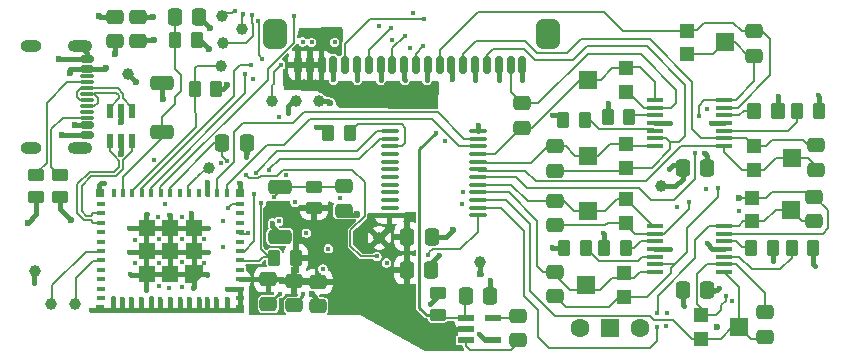
<source format=gbr>
%TF.GenerationSoftware,KiCad,Pcbnew,9.0.6-9.0.6~ubuntu24.04.1*%
%TF.CreationDate,2025-12-05T16:25:39-03:00*%
%TF.ProjectId,Smart_insoles_2025_v1,536d6172-745f-4696-9e73-6f6c65735f32,rev?*%
%TF.SameCoordinates,Original*%
%TF.FileFunction,Copper,L1,Top*%
%TF.FilePolarity,Positive*%
%FSLAX46Y46*%
G04 Gerber Fmt 4.6, Leading zero omitted, Abs format (unit mm)*
G04 Created by KiCad (PCBNEW 9.0.6-9.0.6~ubuntu24.04.1) date 2025-12-05 16:25:39*
%MOMM*%
%LPD*%
G01*
G04 APERTURE LIST*
G04 Aperture macros list*
%AMRoundRect*
0 Rectangle with rounded corners*
0 $1 Rounding radius*
0 $2 $3 $4 $5 $6 $7 $8 $9 X,Y pos of 4 corners*
0 Add a 4 corners polygon primitive as box body*
4,1,4,$2,$3,$4,$5,$6,$7,$8,$9,$2,$3,0*
0 Add four circle primitives for the rounded corners*
1,1,$1+$1,$2,$3*
1,1,$1+$1,$4,$5*
1,1,$1+$1,$6,$7*
1,1,$1+$1,$8,$9*
0 Add four rect primitives between the rounded corners*
20,1,$1+$1,$2,$3,$4,$5,0*
20,1,$1+$1,$4,$5,$6,$7,0*
20,1,$1+$1,$6,$7,$8,$9,0*
20,1,$1+$1,$8,$9,$2,$3,0*%
%AMFreePoly0*
4,1,14,0.728536,0.728536,0.730000,0.725000,0.730000,-0.725000,0.728536,-0.728536,0.725000,-0.730000,-0.725000,-0.730000,-0.728536,-0.728536,-0.730000,-0.725000,-0.730000,0.125000,-0.728536,0.128536,-0.128536,0.728536,-0.125000,0.730000,0.725000,0.730000,0.728536,0.728536,0.728536,0.728536,$1*%
G04 Aperture macros list end*
%TA.AperFunction,SMDPad,CuDef*%
%ADD10RoundRect,0.250000X0.262500X0.450000X-0.262500X0.450000X-0.262500X-0.450000X0.262500X-0.450000X0*%
%TD*%
%TA.AperFunction,SMDPad,CuDef*%
%ADD11C,1.000000*%
%TD*%
%TA.AperFunction,SMDPad,CuDef*%
%ADD12RoundRect,0.250000X0.337500X0.475000X-0.337500X0.475000X-0.337500X-0.475000X0.337500X-0.475000X0*%
%TD*%
%TA.AperFunction,SMDPad,CuDef*%
%ADD13RoundRect,0.300000X-0.700000X0.300000X-0.700000X-0.300000X0.700000X-0.300000X0.700000X0.300000X0*%
%TD*%
%TA.AperFunction,SMDPad,CuDef*%
%ADD14R,1.200000X1.200000*%
%TD*%
%TA.AperFunction,SMDPad,CuDef*%
%ADD15R,1.500000X1.600000*%
%TD*%
%TA.AperFunction,SMDPad,CuDef*%
%ADD16RoundRect,0.250000X0.350000X0.450000X-0.350000X0.450000X-0.350000X-0.450000X0.350000X-0.450000X0*%
%TD*%
%TA.AperFunction,SMDPad,CuDef*%
%ADD17RoundRect,0.250000X-0.475000X0.337500X-0.475000X-0.337500X0.475000X-0.337500X0.475000X0.337500X0*%
%TD*%
%TA.AperFunction,SMDPad,CuDef*%
%ADD18R,1.473200X0.355600*%
%TD*%
%TA.AperFunction,SMDPad,CuDef*%
%ADD19RoundRect,0.250000X0.475000X-0.337500X0.475000X0.337500X-0.475000X0.337500X-0.475000X-0.337500X0*%
%TD*%
%TA.AperFunction,SMDPad,CuDef*%
%ADD20RoundRect,0.250000X-0.450000X0.262500X-0.450000X-0.262500X0.450000X-0.262500X0.450000X0.262500X0*%
%TD*%
%TA.AperFunction,SMDPad,CuDef*%
%ADD21RoundRect,0.250000X-0.262500X-0.450000X0.262500X-0.450000X0.262500X0.450000X-0.262500X0.450000X0*%
%TD*%
%TA.AperFunction,SMDPad,CuDef*%
%ADD22RoundRect,0.250000X-0.337500X-0.475000X0.337500X-0.475000X0.337500X0.475000X-0.337500X0.475000X0*%
%TD*%
%TA.AperFunction,SMDPad,CuDef*%
%ADD23RoundRect,0.300000X0.700000X-0.300000X0.700000X0.300000X-0.700000X0.300000X-0.700000X-0.300000X0*%
%TD*%
%TA.AperFunction,SMDPad,CuDef*%
%ADD24RoundRect,0.250000X0.450000X-0.262500X0.450000X0.262500X-0.450000X0.262500X-0.450000X-0.262500X0*%
%TD*%
%TA.AperFunction,SMDPad,CuDef*%
%ADD25R,0.800000X0.400000*%
%TD*%
%TA.AperFunction,SMDPad,CuDef*%
%ADD26R,0.400000X0.800000*%
%TD*%
%TA.AperFunction,SMDPad,CuDef*%
%ADD27FreePoly0,180.000000*%
%TD*%
%TA.AperFunction,SMDPad,CuDef*%
%ADD28R,1.450000X1.450000*%
%TD*%
%TA.AperFunction,SMDPad,CuDef*%
%ADD29R,0.700000X0.700000*%
%TD*%
%TA.AperFunction,SMDPad,CuDef*%
%ADD30RoundRect,0.100000X0.637500X0.100000X-0.637500X0.100000X-0.637500X-0.100000X0.637500X-0.100000X0*%
%TD*%
%TA.AperFunction,SMDPad,CuDef*%
%ADD31RoundRect,0.073750X-0.586250X-0.221250X0.586250X-0.221250X0.586250X0.221250X-0.586250X0.221250X0*%
%TD*%
%TA.AperFunction,ComponentPad*%
%ADD32C,1.600000*%
%TD*%
%TA.AperFunction,ComponentPad*%
%ADD33R,1.500000X1.500000*%
%TD*%
%TA.AperFunction,SMDPad,CuDef*%
%ADD34RoundRect,0.150000X0.150000X0.625000X-0.150000X0.625000X-0.150000X-0.625000X0.150000X-0.625000X0*%
%TD*%
%TA.AperFunction,SMDPad,CuDef*%
%ADD35RoundRect,0.500000X0.500000X0.750000X-0.500000X0.750000X-0.500000X-0.750000X0.500000X-0.750000X0*%
%TD*%
%TA.AperFunction,HeatsinkPad*%
%ADD36O,1.800000X1.000000*%
%TD*%
%TA.AperFunction,HeatsinkPad*%
%ADD37O,2.100000X1.000000*%
%TD*%
%TA.AperFunction,SMDPad,CuDef*%
%ADD38RoundRect,0.150000X-0.425000X0.150000X-0.425000X-0.150000X0.425000X-0.150000X0.425000X0.150000X0*%
%TD*%
%TA.AperFunction,SMDPad,CuDef*%
%ADD39RoundRect,0.075000X-0.500000X0.075000X-0.500000X-0.075000X0.500000X-0.075000X0.500000X0.075000X0*%
%TD*%
%TA.AperFunction,SMDPad,CuDef*%
%ADD40R,0.600000X1.200000*%
%TD*%
%TA.AperFunction,ViaPad*%
%ADD41C,0.600000*%
%TD*%
%TA.AperFunction,ViaPad*%
%ADD42C,0.450000*%
%TD*%
%TA.AperFunction,Conductor*%
%ADD43C,0.381000*%
%TD*%
%TA.AperFunction,Conductor*%
%ADD44C,0.152400*%
%TD*%
%TA.AperFunction,Conductor*%
%ADD45C,0.158242*%
%TD*%
%TA.AperFunction,Conductor*%
%ADD46C,0.200000*%
%TD*%
%TA.AperFunction,Conductor*%
%ADD47C,0.254000*%
%TD*%
%TA.AperFunction,Conductor*%
%ADD48C,0.203200*%
%TD*%
G04 APERTURE END LIST*
D10*
%TO.P,R24,2*%
%TO.N,IO8*%
X119937500Y-76390000D03*
%TO.P,R24,1*%
%TO.N,+3V3*%
X121762500Y-76390000D03*
%TD*%
D11*
%TO.P,TP9,1,1*%
%TO.N,SDX*%
X122330000Y-72420000D03*
%TD*%
D12*
%TO.P,C20,1*%
%TO.N,GND*%
X120347500Y-70280000D03*
%TO.P,C20,2*%
%TO.N,Net-(U5-IO9)*%
X118272500Y-70280000D03*
%TD*%
D13*
%TO.P,SW2,1,1*%
%TO.N,GND*%
X117220000Y-75820000D03*
%TO.P,SW2,2,2*%
%TO.N,Net-(U5-IO9)*%
X117220000Y-80020000D03*
%TD*%
D10*
%TO.P,R29,1*%
%TO.N,+3V3*%
X120152500Y-72210000D03*
%TO.P,R29,2*%
%TO.N,Net-(U5-IO9)*%
X118327500Y-72210000D03*
%TD*%
D11*
%TO.P,TP15,1,1*%
%TO.N,GND*%
X130500000Y-77350000D03*
%TD*%
D14*
%TO.P,PT7,1*%
%TO.N,/FSR_AnalogFE/FSR_OUT_7*%
X167167000Y-85560400D03*
D15*
%TO.P,PT7,2*%
%TO.N,I7*%
X170417000Y-86560400D03*
D14*
%TO.P,PT7,3*%
X167167000Y-87560400D03*
%TD*%
D16*
%TO.P,R8,2*%
%TO.N,/FSR_AnalogFE/VIND+*%
X167345800Y-78176600D03*
%TO.P,R8,1*%
%TO.N,GND*%
X169345800Y-78176600D03*
%TD*%
D17*
%TO.P,C11,2*%
%TO.N,I7*%
X172417000Y-87547900D03*
%TO.P,C11,1*%
%TO.N,/FSR_AnalogFE/FSR_OUT_7*%
X172417000Y-85472900D03*
%TD*%
D10*
%TO.P,R15,2*%
%TO.N,/FSR_AnalogFE/VIND1+*%
X167077500Y-89800000D03*
%TO.P,R15,1*%
%TO.N,GND*%
X168902500Y-89800000D03*
%TD*%
%TO.P,R14,2*%
%TO.N,/FSR_AnalogFE/VINC1+*%
X170511165Y-89802400D03*
%TO.P,R14,1*%
%TO.N,GND*%
X172336165Y-89802400D03*
%TD*%
D18*
%TO.P,U8,14,VOUTD*%
%TO.N,I3*%
X164802499Y-77284363D03*
%TO.P,U8,13,VIND-*%
%TO.N,/FSR_AnalogFE/FSR_OUT_3*%
X164802499Y-77944763D03*
%TO.P,U8,12,VIND+*%
%TO.N,/FSR_AnalogFE/VIND+*%
X164802499Y-78579763D03*
%TO.P,U8,11,VSS*%
%TO.N,GND*%
X164802499Y-79240163D03*
%TO.P,U8,10,VINC+*%
%TO.N,/FSR_AnalogFE/VINC+*%
X164802499Y-79900563D03*
%TO.P,U8,9,VINC-*%
%TO.N,/FSR_AnalogFE/FSR_OUT_2*%
X164802499Y-80535563D03*
%TO.P,U8,8,VOUTC*%
%TO.N,I2*%
X164802499Y-81195963D03*
%TO.P,U8,7,VOUTB*%
%TO.N,I1*%
X158960499Y-81195963D03*
%TO.P,U8,6,VINB-*%
%TO.N,/FSR_AnalogFE/FSR_OUT_1*%
X158960499Y-80535563D03*
%TO.P,U8,5,VINB+*%
%TO.N,/FSR_AnalogFE/VINB+*%
X158960499Y-79900563D03*
%TO.P,U8,4,VDD*%
%TO.N,+3V3*%
X158960499Y-79240163D03*
%TO.P,U8,3,VINA+*%
%TO.N,/FSR_AnalogFE/VINA+*%
X158960499Y-78579763D03*
%TO.P,U8,2,VINA-*%
%TO.N,/FSR_AnalogFE/FSR_OUT_0*%
X158960499Y-77944763D03*
%TO.P,U8,1,VOUTA*%
%TO.N,I0*%
X158960499Y-77284363D03*
%TD*%
%TO.P,U9,14,VOUTD*%
%TO.N,I7*%
X164756499Y-87928563D03*
%TO.P,U9,13,VIND-*%
%TO.N,/FSR_AnalogFE/FSR_OUT_7*%
X164756499Y-88588963D03*
%TO.P,U9,12,VIND+*%
%TO.N,/FSR_AnalogFE/VIND1+*%
X164756499Y-89223963D03*
%TO.P,U9,11,VSS*%
%TO.N,GND*%
X164756499Y-89884363D03*
%TO.P,U9,10,VINC+*%
%TO.N,/FSR_AnalogFE/VINC1+*%
X164756499Y-90544763D03*
%TO.P,U9,9,VINC-*%
%TO.N,/FSR_AnalogFE/FSR_OUT_6*%
X164756499Y-91179763D03*
%TO.P,U9,8,VOUTC*%
%TO.N,I6*%
X164756499Y-91840163D03*
%TO.P,U9,7,VOUTB*%
%TO.N,I5*%
X158914499Y-91840163D03*
%TO.P,U9,6,VINB-*%
%TO.N,/FSR_AnalogFE/FSR_OUT_5*%
X158914499Y-91179763D03*
%TO.P,U9,5,VINB+*%
%TO.N,/FSR_AnalogFE/VINB1+*%
X158914499Y-90544763D03*
%TO.P,U9,4,VDD*%
%TO.N,+3V3*%
X158914499Y-89884363D03*
%TO.P,U9,3,VINA+*%
%TO.N,/FSR_AnalogFE/VINA1+*%
X158914499Y-89223963D03*
%TO.P,U9,2,VINA-*%
%TO.N,/FSR_AnalogFE/FSR_OUT_4*%
X158914499Y-88588963D03*
%TO.P,U9,1,VOUTA*%
%TO.N,I4*%
X158914499Y-87928563D03*
%TD*%
D10*
%TO.P,R6,2*%
%TO.N,/FSR_AnalogFE/VINC+*%
X170987500Y-78176600D03*
%TO.P,R6,1*%
%TO.N,GND*%
X172812500Y-78176600D03*
%TD*%
D14*
%TO.P,PT2,3*%
%TO.N,I2*%
X167274500Y-83207000D03*
D15*
%TO.P,PT2,2*%
X170524500Y-82207000D03*
D14*
%TO.P,PT2,1*%
%TO.N,/FSR_AnalogFE/FSR_OUT_2*%
X167274500Y-81207000D03*
%TD*%
D17*
%TO.P,C6,2*%
%TO.N,I2*%
X172550000Y-83187500D03*
%TO.P,C6,1*%
%TO.N,/FSR_AnalogFE/FSR_OUT_2*%
X172550000Y-81112500D03*
%TD*%
D19*
%TO.P,C28,2*%
%TO.N,GND*%
X113165000Y-70242500D03*
%TO.P,C28,1*%
%TO.N,VBUS*%
X113165000Y-72317500D03*
%TD*%
%TO.P,C27,2*%
%TO.N,GND*%
X115140000Y-70242500D03*
%TO.P,C27,1*%
%TO.N,VBUS*%
X115140000Y-72317500D03*
%TD*%
D20*
%TO.P,R23,2*%
%TO.N,GND*%
X108570000Y-85492500D03*
%TO.P,R23,1*%
%TO.N,Net-(J2-CC2)*%
X108570000Y-83667500D03*
%TD*%
D11*
%TO.P,TP3,1,1*%
%TO.N,VBUS*%
X114330000Y-75060000D03*
%TD*%
%TO.P,TP8,1,1*%
%TO.N,IO10*%
X121140000Y-83010000D03*
%TD*%
D20*
%TO.P,R30,2*%
%TO.N,GND*%
X106560000Y-85500000D03*
%TO.P,R30,1*%
%TO.N,Net-(J2-CC1)*%
X106560000Y-83675000D03*
%TD*%
D11*
%TO.P,TP7,1,1*%
%TO.N,IO8*%
X122220000Y-74430000D03*
%TD*%
%TO.P,TP16,1,1*%
%TO.N,GND*%
X144110000Y-90990000D03*
%TD*%
D21*
%TO.P,R10,1*%
%TO.N,GND*%
X151252499Y-89779763D03*
%TO.P,R10,2*%
%TO.N,/FSR_AnalogFE/VINB1+*%
X153077499Y-89779763D03*
%TD*%
D11*
%TO.P,TP6,1,1*%
%TO.N,TX*%
X109800000Y-94530000D03*
%TD*%
D22*
%TO.P,C17,1*%
%TO.N,+3V3*%
X161262500Y-93400000D03*
%TO.P,C17,2*%
%TO.N,GND*%
X163337500Y-93400000D03*
%TD*%
D14*
%TO.P,PT1,1*%
%TO.N,/FSR_AnalogFE/FSR_OUT_1*%
X156500000Y-83025000D03*
D15*
%TO.P,PT1,2*%
%TO.N,I1*%
X153250000Y-82025000D03*
D14*
%TO.P,PT1,3*%
X156500000Y-81025000D03*
%TD*%
D23*
%TO.P,SW1,1,1*%
%TO.N,GND*%
X127150000Y-88850000D03*
%TO.P,SW1,2,2*%
%TO.N,/EN*%
X127150000Y-84650000D03*
%TD*%
D10*
%TO.P,R31,1*%
%TO.N,+3V3*%
X128522500Y-90650000D03*
%TO.P,R31,2*%
%TO.N,S2*%
X126697500Y-90650000D03*
%TD*%
D21*
%TO.P,R3,1*%
%TO.N,GND*%
X154917500Y-78740000D03*
%TO.P,R3,2*%
%TO.N,/FSR_AnalogFE/VINA+*%
X156742500Y-78740000D03*
%TD*%
D24*
%TO.P,R22,1*%
%TO.N,+3V3*%
X130060000Y-86450000D03*
%TO.P,R22,2*%
%TO.N,/EN*%
X130060000Y-84625000D03*
%TD*%
D19*
%TO.P,C13,1*%
%TO.N,/FSR_AnalogFE/FSR_OUT_4*%
X150500000Y-87887500D03*
%TO.P,C13,2*%
%TO.N,I4*%
X150500000Y-85812500D03*
%TD*%
D25*
%TO.P,U5,1,GND*%
%TO.N,GND*%
X123780000Y-94070000D03*
%TO.P,U5,2,GND__1*%
X123780000Y-93270000D03*
%TO.P,U5,3,3V3*%
%TO.N,+3V3*%
X123780000Y-92470000D03*
%TO.P,U5,4,NC*%
%TO.N,unconnected-(U5-NC-Pad4)*%
X123780000Y-91670000D03*
%TO.P,U5,5,IO2*%
%TO.N,S2*%
X123780000Y-90870000D03*
%TO.P,U5,6,IO3*%
%TO.N,S3*%
X123780000Y-90070000D03*
%TO.P,U5,7,NC__1*%
%TO.N,unconnected-(U5-NC__1-Pad7)*%
X123780000Y-89270000D03*
%TO.P,U5,8,EN*%
%TO.N,/EN*%
X123780000Y-88470000D03*
%TO.P,U5,9,NC__2*%
%TO.N,unconnected-(U5-NC__2-Pad9)*%
X123780000Y-87670000D03*
%TO.P,U5,10,NC__3*%
%TO.N,unconnected-(U5-NC__3-Pad10)*%
X123780000Y-86870000D03*
%TO.P,U5,11,GND__2*%
%TO.N,GND*%
X123780000Y-86070000D03*
D26*
%TO.P,U5,12,IO0*%
%TO.N,S0*%
X122680000Y-85170000D03*
%TO.P,U5,13,IO1*%
%TO.N,S1*%
X121880000Y-85170000D03*
%TO.P,U5,14,GND__3*%
%TO.N,GND*%
X121080000Y-85170000D03*
%TO.P,U5,15,NC__4*%
%TO.N,unconnected-(U5-NC__4-Pad15)*%
X120280000Y-85170000D03*
%TO.P,U5,16,IO10*%
%TO.N,IO10*%
X119480000Y-85170000D03*
%TO.P,U5,17,NC__5*%
%TO.N,unconnected-(U5-NC__5-Pad17)*%
X118680000Y-85170000D03*
%TO.P,U5,18,IO4*%
%TO.N,SIG*%
X117880000Y-85170000D03*
%TO.P,U5,19,IO5*%
%TO.N,INT*%
X117080000Y-85170000D03*
%TO.P,U5,20,IO6*%
%TO.N,SDA*%
X116280000Y-85170000D03*
%TO.P,U5,21,IO7*%
%TO.N,SCL*%
X115480000Y-85170000D03*
%TO.P,U5,22,IO8*%
%TO.N,IO8*%
X114680000Y-85170000D03*
%TO.P,U5,23,IO9*%
%TO.N,Net-(U5-IO9)*%
X113880000Y-85170000D03*
%TO.P,U5,24,NC__6*%
%TO.N,unconnected-(U5-NC__6-Pad24)*%
X113080000Y-85170000D03*
D25*
%TO.P,U5,25,NC__7*%
%TO.N,unconnected-(U5-NC__7-Pad25)*%
X111980000Y-86070000D03*
%TO.P,U5,26,IO18*%
%TO.N,/USB_N*%
X111980000Y-86870000D03*
%TO.P,U5,27,IO19*%
%TO.N,/USB_P*%
X111980000Y-87670000D03*
%TO.P,U5,28,NC__8*%
%TO.N,unconnected-(U5-NC__8-Pad28)*%
X111980000Y-88470000D03*
%TO.P,U5,29,NC__9*%
%TO.N,unconnected-(U5-NC__9-Pad29)*%
X111980000Y-89270000D03*
%TO.P,U5,30,RXD0*%
%TO.N,RX*%
X111980000Y-90070000D03*
%TO.P,U5,31,TXD0*%
%TO.N,TX*%
X111980000Y-90870000D03*
%TO.P,U5,32,NC__10*%
%TO.N,unconnected-(U5-NC__10-Pad32)*%
X111980000Y-91670000D03*
%TO.P,U5,33,NC__11*%
%TO.N,unconnected-(U5-NC__11-Pad33)*%
X111980000Y-92470000D03*
%TO.P,U5,34,NC__12*%
%TO.N,unconnected-(U5-NC__12-Pad34)*%
X111980000Y-93270000D03*
%TO.P,U5,35,NC__13*%
%TO.N,unconnected-(U5-NC__13-Pad35)*%
X111980000Y-94070000D03*
D26*
%TO.P,U5,36,GND__4*%
%TO.N,GND*%
X113080000Y-94970000D03*
%TO.P,U5,37,GND__5*%
X113880000Y-94970000D03*
%TO.P,U5,38,GND__6*%
X114680000Y-94970000D03*
%TO.P,U5,39,GND__7*%
X115480000Y-94970000D03*
%TO.P,U5,40,GND__8*%
X116280000Y-94970000D03*
%TO.P,U5,41,GND__9*%
X117080000Y-94970000D03*
%TO.P,U5,42,GND__10*%
X117880000Y-94970000D03*
%TO.P,U5,43,GND__11*%
X118680000Y-94970000D03*
%TO.P,U5,44,GND__12*%
X119480000Y-94970000D03*
%TO.P,U5,45,GND__13*%
X120280000Y-94970000D03*
%TO.P,U5,46,GND__14*%
X121080000Y-94970000D03*
%TO.P,U5,47,GND__15*%
X121880000Y-94970000D03*
%TO.P,U5,48,GND__16*%
X122680000Y-94970000D03*
D27*
%TO.P,U5,49_1,GND__17*%
X119855000Y-92045000D03*
D28*
%TO.P,U5,49_2,GND__18*%
X117880000Y-92045000D03*
%TO.P,U5,49_3,GND__19*%
X115905000Y-92045000D03*
%TO.P,U5,49_4,GND__20*%
X115905000Y-90070000D03*
%TO.P,U5,49_5,GND__21*%
X115905000Y-88095000D03*
%TO.P,U5,49_6,GND__22*%
X117880000Y-88095000D03*
%TO.P,U5,49_7,GND__23*%
X119855000Y-88095000D03*
%TO.P,U5,49_8,GND__24*%
X119855000Y-90070000D03*
%TO.P,U5,49_9,GND__25*%
X117880000Y-90070000D03*
D29*
%TO.P,U5,50,GND__26*%
X111930000Y-95020000D03*
%TO.P,U5,51,GND__27*%
X111930000Y-85120000D03*
%TO.P,U5,52,GND__28*%
X123830000Y-85120000D03*
%TO.P,U5,53,GND__29*%
X123830000Y-95020000D03*
%TD*%
D22*
%TO.P,C26,1*%
%TO.N,+3V3*%
X137912500Y-91670000D03*
%TO.P,C26,2*%
%TO.N,GND*%
X139987500Y-91670000D03*
%TD*%
D14*
%TO.P,PT5,1*%
%TO.N,/FSR_AnalogFE/FSR_OUT_5*%
X156340000Y-93960000D03*
D15*
%TO.P,PT5,2*%
%TO.N,I5*%
X153090000Y-92960000D03*
D14*
%TO.P,PT5,3*%
X156340000Y-91960000D03*
%TD*%
D30*
%TO.P,U2,1,COM_I/O*%
%TO.N,SIG*%
X143902500Y-87045000D03*
%TO.P,U2,2,I7*%
%TO.N,I7*%
X143902500Y-86395000D03*
%TO.P,U2,3,I6*%
%TO.N,I6*%
X143902500Y-85745000D03*
%TO.P,U2,4,I5*%
%TO.N,I5*%
X143902500Y-85095000D03*
%TO.P,U2,5,I4*%
%TO.N,I4*%
X143902500Y-84445000D03*
%TO.P,U2,6,I3*%
%TO.N,I3*%
X143902500Y-83795000D03*
%TO.P,U2,7,I2*%
%TO.N,I2*%
X143902500Y-83145000D03*
%TO.P,U2,8,I1*%
%TO.N,I1*%
X143902500Y-82495000D03*
%TO.P,U2,9,I0*%
%TO.N,I0*%
X143902500Y-81845000D03*
%TO.P,U2,10,S0*%
%TO.N,S0*%
X143902500Y-81195000D03*
%TO.P,U2,11,S1*%
%TO.N,S1*%
X143902500Y-80545000D03*
%TO.P,U2,12,GND*%
%TO.N,GND*%
X143902500Y-79895000D03*
%TO.P,U2,13,S3*%
%TO.N,S3*%
X136477500Y-79895000D03*
%TO.P,U2,14,S2*%
%TO.N,S2*%
X136477500Y-80545000D03*
%TO.P,U2,15,~{E}*%
%TO.N,Net-(U2-~{E})*%
X136477500Y-81195000D03*
%TO.P,U2,16,I15*%
%TO.N,unconnected-(U2-I15-Pad16)*%
X136477500Y-81845000D03*
%TO.P,U2,17,I14*%
%TO.N,unconnected-(U2-I14-Pad17)*%
X136477500Y-82495000D03*
%TO.P,U2,18,I13*%
%TO.N,unconnected-(U2-I13-Pad18)*%
X136477500Y-83145000D03*
%TO.P,U2,19,I12*%
%TO.N,unconnected-(U2-I12-Pad19)*%
X136477500Y-83795000D03*
%TO.P,U2,20,I11*%
%TO.N,unconnected-(U2-I11-Pad20)*%
X136477500Y-84445000D03*
%TO.P,U2,21,I10*%
%TO.N,unconnected-(U2-I10-Pad21)*%
X136477500Y-85095000D03*
%TO.P,U2,22,I9*%
%TO.N,unconnected-(U2-I9-Pad22)*%
X136477500Y-85745000D03*
%TO.P,U2,23,I8*%
%TO.N,unconnected-(U2-I8-Pad23)*%
X136477500Y-86395000D03*
%TO.P,U2,24,VCC*%
%TO.N,+3V3*%
X136477500Y-87045000D03*
%TD*%
D22*
%TO.P,C25,1*%
%TO.N,+3V3*%
X137950000Y-88850000D03*
%TO.P,C25,2*%
%TO.N,GND*%
X140025000Y-88850000D03*
%TD*%
D19*
%TO.P,C12,1*%
%TO.N,/FSR_AnalogFE/FSR_OUT_5*%
X150500000Y-93887500D03*
%TO.P,C12,2*%
%TO.N,I5*%
X150500000Y-91812500D03*
%TD*%
%TO.P,C5,1*%
%TO.N,Net-(U4-CAP-)*%
X147340000Y-97632500D03*
%TO.P,C5,2*%
%TO.N,Net-(U4-CAP+)*%
X147340000Y-95557500D03*
%TD*%
D10*
%TO.P,R1,1*%
%TO.N,Net-(U2-~{E})*%
X133062500Y-80050000D03*
%TO.P,R1,2*%
%TO.N,GND*%
X131237500Y-80050000D03*
%TD*%
D14*
%TO.P,PT3,1*%
%TO.N,/FSR_AnalogFE/FSR_OUT_3*%
X161600000Y-71400000D03*
D15*
%TO.P,PT3,2*%
%TO.N,I3*%
X164850000Y-72400000D03*
D14*
%TO.P,PT3,3*%
X161600000Y-73400000D03*
%TD*%
D19*
%TO.P,C21,1*%
%TO.N,GND*%
X132560000Y-86645000D03*
%TO.P,C21,2*%
%TO.N,/EN*%
X132560000Y-84570000D03*
%TD*%
D31*
%TO.P,U4,1,OUT*%
%TO.N,/FSR_AnalogFE/FSR_IN*%
X142910000Y-95715000D03*
%TO.P,U4,2,IN*%
%TO.N,+3V3*%
X142910000Y-96665000D03*
%TO.P,U4,3,CAP-*%
%TO.N,Net-(U4-CAP-)*%
X142910000Y-97615000D03*
%TO.P,U4,4,GND*%
%TO.N,GND*%
X145200000Y-97615000D03*
%TO.P,U4,6,CAP+*%
%TO.N,Net-(U4-CAP+)*%
X145200000Y-95715000D03*
%TD*%
D22*
%TO.P,C4,1*%
%TO.N,/FSR_AnalogFE/FSR_IN*%
X142897999Y-93884363D03*
%TO.P,C4,2*%
%TO.N,GND*%
X144972999Y-93884363D03*
%TD*%
D17*
%TO.P,C3,1*%
%TO.N,+3V3*%
X130400000Y-92662500D03*
%TO.P,C3,2*%
%TO.N,GND*%
X130400000Y-94737500D03*
%TD*%
D32*
%TO.P,SW3,1,C*%
%TO.N,unconnected-(SW3-C-Pad1)*%
X157690000Y-96620000D03*
D33*
%TO.P,SW3,2,B*%
%TO.N,/Battery Circuit Options/VBUS_OUT_B*%
X155150000Y-96620000D03*
D32*
%TO.P,SW3,3,A*%
%TO.N,Vsel*%
X152610000Y-96620000D03*
%TD*%
D17*
%TO.P,C7,1*%
%TO.N,/FSR_AnalogFE/FSR_OUT_0*%
X147660000Y-77572500D03*
%TO.P,C7,2*%
%TO.N,I0*%
X147660000Y-79647500D03*
%TD*%
%TO.P,C9,1*%
%TO.N,/FSR_AnalogFE/FSR_OUT_3*%
X167350000Y-71462500D03*
%TO.P,C9,2*%
%TO.N,I3*%
X167350000Y-73537500D03*
%TD*%
%TO.P,C10,1*%
%TO.N,/FSR_AnalogFE/FSR_OUT_6*%
X168200000Y-95262500D03*
%TO.P,C10,2*%
%TO.N,I6*%
X168200000Y-97337500D03*
%TD*%
D14*
%TO.P,PT0,1*%
%TO.N,/FSR_AnalogFE/FSR_OUT_0*%
X156500000Y-76580000D03*
D15*
%TO.P,PT0,2*%
%TO.N,I0*%
X153250000Y-75580000D03*
D14*
%TO.P,PT0,3*%
X156500000Y-74580000D03*
%TD*%
D12*
%TO.P,C29,1*%
%TO.N,GND*%
X124362500Y-80950000D03*
%TO.P,C29,2*%
%TO.N,SIG*%
X122287500Y-80950000D03*
%TD*%
D19*
%TO.P,C8,1*%
%TO.N,/FSR_AnalogFE/FSR_OUT_1*%
X150500000Y-83262500D03*
%TO.P,C8,2*%
%TO.N,I1*%
X150500000Y-81187500D03*
%TD*%
D11*
%TO.P,TP14,1,1*%
%TO.N,SDO{slash}SA0*%
X123960000Y-71270000D03*
%TD*%
D17*
%TO.P,C1,1*%
%TO.N,+3V3*%
X128375000Y-92600000D03*
%TO.P,C1,2*%
%TO.N,GND*%
X128375000Y-94675000D03*
%TD*%
D11*
%TO.P,TP2,1,1*%
%TO.N,+3V3*%
X128500000Y-77350000D03*
%TD*%
D14*
%TO.P,PT4,1*%
%TO.N,/FSR_AnalogFE/FSR_OUT_4*%
X156500000Y-87679763D03*
D15*
%TO.P,PT4,2*%
%TO.N,I4*%
X153250000Y-86679763D03*
D14*
%TO.P,PT4,3*%
X156500000Y-85679763D03*
%TD*%
D11*
%TO.P,TP11,1,1*%
%TO.N,INT2*%
X126500000Y-77350000D03*
%TD*%
%TO.P,TP12,1,1*%
%TO.N,+3V3*%
X135600000Y-88960000D03*
%TD*%
%TO.P,TP1,1,1*%
%TO.N,GND*%
X106400000Y-91790000D03*
%TD*%
D20*
%TO.P,R18,1*%
%TO.N,GND*%
X140525000Y-93665000D03*
%TO.P,R18,2*%
%TO.N,/FSR_AnalogFE/FSR_IN*%
X140525000Y-95490000D03*
%TD*%
D17*
%TO.P,C2,1*%
%TO.N,+3V3*%
X126200000Y-92477500D03*
%TO.P,C2,2*%
%TO.N,GND*%
X126200000Y-94552500D03*
%TD*%
D21*
%TO.P,R4,1*%
%TO.N,GND*%
X151137500Y-78940000D03*
%TO.P,R4,2*%
%TO.N,/FSR_AnalogFE/VINB+*%
X152962500Y-78940000D03*
%TD*%
%TO.P,R11,1*%
%TO.N,GND*%
X154640499Y-89779763D03*
%TO.P,R11,2*%
%TO.N,/FSR_AnalogFE/VINA1+*%
X156465499Y-89779763D03*
%TD*%
D11*
%TO.P,TP10,1,1*%
%TO.N,SCX*%
X122250000Y-70130000D03*
%TD*%
%TO.P,TP13,1,1*%
%TO.N,+3V3*%
X159460000Y-84590000D03*
%TD*%
D34*
%TO.P,J1,1,Pin_1*%
%TO.N,GND*%
X147693600Y-74333200D03*
%TO.P,J1,2,Pin_2*%
%TO.N,/FSR_AnalogFE/FSR_OUT_0*%
X146693600Y-74333200D03*
%TO.P,J1,3,Pin_3*%
%TO.N,GND*%
X145693600Y-74333200D03*
%TO.P,J1,4,Pin_4*%
%TO.N,/FSR_AnalogFE/FSR_OUT_1*%
X144693600Y-74333200D03*
%TO.P,J1,5,Pin_5*%
%TO.N,GND*%
X143693600Y-74333200D03*
%TO.P,J1,6,Pin_6*%
%TO.N,/FSR_AnalogFE/FSR_OUT_2*%
X142693600Y-74333200D03*
%TO.P,J1,7,Pin_7*%
%TO.N,GND*%
X141693600Y-74333200D03*
%TO.P,J1,8,Pin_8*%
%TO.N,/FSR_AnalogFE/FSR_OUT_3*%
X140693600Y-74333200D03*
%TO.P,J1,9,Pin_9*%
%TO.N,GND*%
X139693600Y-74333200D03*
%TO.P,J1,10,Pin_10*%
%TO.N,/FSR_AnalogFE/FSR_OUT_4*%
X138693600Y-74333200D03*
%TO.P,J1,11,Pin_11*%
%TO.N,GND*%
X137693600Y-74333200D03*
%TO.P,J1,12,Pin_12*%
%TO.N,/FSR_AnalogFE/FSR_OUT_5*%
X136693600Y-74333200D03*
%TO.P,J1,13,Pin_13*%
%TO.N,GND*%
X135693600Y-74333200D03*
%TO.P,J1,14,Pin_14*%
%TO.N,/FSR_AnalogFE/FSR_OUT_6*%
X134693600Y-74333200D03*
%TO.P,J1,15,Pin_15*%
%TO.N,GND*%
X133693600Y-74333200D03*
%TO.P,J1,16,Pin_16*%
%TO.N,/FSR_AnalogFE/FSR_OUT_7*%
X132693600Y-74333200D03*
%TO.P,J1,17,Pin_17*%
%TO.N,GND*%
X131693600Y-74333200D03*
%TO.P,J1,18,Pin_18*%
%TO.N,/FSR_AnalogFE/FSR_IN*%
X130693600Y-74333200D03*
%TO.P,J1,19,Pin_19*%
X129693600Y-74333200D03*
%TO.P,J1,20,Pin_20*%
X128693600Y-74333200D03*
D35*
%TO.P,J1,MP*%
%TO.N,N/C*%
X149826800Y-71725200D03*
X126712800Y-71725200D03*
%TD*%
D14*
%TO.P,PT6,1*%
%TO.N,/FSR_AnalogFE/FSR_OUT_6*%
X162800000Y-95515000D03*
D15*
%TO.P,PT6,2*%
%TO.N,I6*%
X166050000Y-96515000D03*
D14*
%TO.P,PT6,3*%
X162800000Y-97515000D03*
%TD*%
D11*
%TO.P,TP5,1,1*%
%TO.N,RX*%
X107760000Y-94560000D03*
%TD*%
D22*
%TO.P,C18,1*%
%TO.N,+3V3*%
X161262500Y-83050000D03*
%TO.P,C18,2*%
%TO.N,GND*%
X163337500Y-83050000D03*
%TD*%
D36*
%TO.P,J2,S1,SHIELD*%
%TO.N,GND*%
X106082500Y-81360000D03*
D37*
X110262500Y-81360000D03*
D36*
X106082500Y-72720000D03*
D37*
X110262500Y-72720000D03*
D38*
%TO.P,J2,B12,GND*%
X110837500Y-73840000D03*
%TO.P,J2,B9,VBUS*%
%TO.N,VBUS*%
X110837500Y-74640000D03*
D39*
%TO.P,J2,B8,SBU2*%
%TO.N,unconnected-(J2-SBU2-PadB8)*%
X110837500Y-75290000D03*
%TO.P,J2,B7,D-*%
%TO.N,/USB_TVS_N*%
X110837500Y-76290000D03*
%TO.P,J2,B6,D+*%
%TO.N,/USB_TVS_P*%
X110837500Y-77790000D03*
%TO.P,J2,B5,CC2*%
%TO.N,Net-(J2-CC2)*%
X110837500Y-78790000D03*
D38*
%TO.P,J2,B4,VBUS*%
%TO.N,VBUS*%
X110837500Y-79440000D03*
%TO.P,J2,B1,GND*%
%TO.N,GND*%
X110837500Y-80240000D03*
%TO.P,J2,A12,GND*%
X110837500Y-80240000D03*
%TO.P,J2,A9,VBUS*%
%TO.N,VBUS*%
X110837500Y-79440000D03*
D39*
%TO.P,J2,A8,SBU1*%
%TO.N,unconnected-(J2-SBU1-PadA8)*%
X110837500Y-78290000D03*
%TO.P,J2,A7,D-*%
%TO.N,/USB_TVS_N*%
X110837500Y-77290000D03*
%TO.P,J2,A6,D+*%
%TO.N,/USB_TVS_P*%
X110837500Y-76790000D03*
%TO.P,J2,A5,CC1*%
%TO.N,Net-(J2-CC1)*%
X110837500Y-75790000D03*
D38*
%TO.P,J2,A4,VBUS*%
%TO.N,VBUS*%
X110837500Y-74640000D03*
%TO.P,J2,A1,GND*%
%TO.N,GND*%
X110837500Y-73840000D03*
%TD*%
D40*
%TO.P,IC1,6,I/O1_2*%
%TO.N,/USB_TVS_P*%
X112770000Y-78220000D03*
%TO.P,IC1,5,VBUS*%
%TO.N,VBUS*%
X113720000Y-78220000D03*
%TO.P,IC1,4,I/O2_2*%
%TO.N,/USB_TVS_N*%
X114670000Y-78220000D03*
%TO.P,IC1,3,I/O2_1*%
%TO.N,/USB_N*%
X114670000Y-80720000D03*
%TO.P,IC1,2,GND*%
%TO.N,GND*%
X113720000Y-80720000D03*
%TO.P,IC1,1,I/O1_1*%
%TO.N,/USB_P*%
X112770000Y-80720000D03*
%TD*%
D41*
%TO.N,VBUS*%
X113710000Y-79130000D03*
X113180000Y-73430000D03*
%TO.N,GND*%
X108710000Y-80260000D03*
%TO.N,VBUS*%
X112410000Y-74590000D03*
X115020000Y-75750000D03*
X109780000Y-79440000D03*
X116510000Y-72220000D03*
X109400000Y-74980000D03*
D42*
%TO.N,+3V3*%
X137800000Y-96620000D03*
X139290000Y-96280000D03*
D41*
X121130000Y-72990000D03*
X122700000Y-76040000D03*
%TO.N,GND*%
X109470000Y-87430000D03*
X105800000Y-87660000D03*
X117230000Y-77160000D03*
X121270000Y-71170000D03*
X108490000Y-73840000D03*
X113700000Y-81830000D03*
X111870000Y-70210000D03*
X116420000Y-70240000D03*
X141830000Y-88290000D03*
X164150000Y-96470000D03*
D42*
X122140793Y-82653953D03*
%TO.N,S3*%
X125140000Y-83430000D03*
D41*
%TO.N,GND*%
X131430000Y-77540000D03*
D42*
X118875000Y-89050000D03*
X112250000Y-84350000D03*
X114900000Y-91100000D03*
X118850000Y-87150000D03*
X116900000Y-91100000D03*
X116900000Y-89075000D03*
X121000000Y-84200000D03*
X120750000Y-89075000D03*
X114420000Y-88130000D03*
X118850000Y-91025000D03*
X114875000Y-89100000D03*
X117800000Y-87000000D03*
X116525000Y-82330000D03*
X121050000Y-90150000D03*
X116840000Y-87180000D03*
X117450000Y-86090000D03*
X121100000Y-88110000D03*
X119650000Y-86850000D03*
X114385000Y-90115000D03*
X120775000Y-91075000D03*
X115900000Y-86900000D03*
D41*
X144120000Y-92000000D03*
D42*
%TO.N,/EN*%
X126680000Y-85470000D03*
X124475000Y-88510000D03*
%TO.N,/FSR_AnalogFE/FSR_IN*%
X140360000Y-80050000D03*
X139480000Y-77280000D03*
%TO.N,/FSR_AnalogFE/FSR_OUT_6*%
X164940000Y-93880000D03*
X136550000Y-71210000D03*
D41*
%TO.N,/FSR_AnalogFE/FSR_OUT_7*%
X166040000Y-85610000D03*
D42*
X139330000Y-70450000D03*
%TO.N,/FSR_AnalogFE/FSR_OUT_5*%
X164270000Y-84770000D03*
X137770000Y-71850000D03*
%TO.N,/FSR_AnalogFE/FSR_OUT_4*%
X161820000Y-85880000D03*
X139319000Y-72750000D03*
%TO.N,+3V3*%
X160190000Y-79200000D03*
X141040000Y-98020000D03*
X138330000Y-95720000D03*
X127847558Y-78403912D03*
X161350000Y-94690000D03*
X141725000Y-96665000D03*
X136500000Y-95950000D03*
X160100735Y-83100735D03*
X140110000Y-96810000D03*
X160170000Y-89884363D03*
X139050000Y-97460000D03*
%TO.N,GND*%
X139600000Y-75600000D03*
X163360000Y-78070000D03*
X129400000Y-88550000D03*
X117040000Y-94100000D03*
X126530000Y-87690000D03*
X150241000Y-78576363D03*
X129125000Y-93672885D03*
X138190000Y-72920000D03*
X124340000Y-82130000D03*
X115410000Y-94100000D03*
X169345800Y-76962000D03*
D41*
X133726259Y-86956186D03*
D42*
X140650000Y-90400000D03*
X141150000Y-80730000D03*
X115850000Y-93350000D03*
X119800000Y-93200000D03*
X150180000Y-89720000D03*
X133720778Y-75600000D03*
X130190000Y-79540000D03*
X135701750Y-75600000D03*
X139840000Y-94590000D03*
X144050000Y-97125000D03*
X121790000Y-94100000D03*
X131271323Y-89878677D03*
X116240000Y-94100000D03*
X154550000Y-88550000D03*
X143900000Y-79370000D03*
X117840000Y-94100000D03*
X111165000Y-95065000D03*
X159890000Y-96390000D03*
X138400000Y-69900000D03*
X106370000Y-92800000D03*
X118875000Y-93075000D03*
X122670000Y-94100000D03*
X137750000Y-75600000D03*
X118690000Y-94100000D03*
X165460000Y-94270000D03*
X164350000Y-93200000D03*
X122690000Y-93290000D03*
X145700000Y-75600000D03*
X120990000Y-92080000D03*
X130810000Y-91600000D03*
X142630000Y-85080000D03*
X143750000Y-75600000D03*
X113800000Y-94100000D03*
X119490000Y-94100000D03*
X132294463Y-85582500D03*
X129850000Y-72405000D03*
X127200000Y-93672885D03*
X131700000Y-75600000D03*
X172450000Y-91300000D03*
X163640000Y-79240163D03*
X116900000Y-93050000D03*
X168900000Y-90950000D03*
X160810000Y-86350000D03*
X114590000Y-94100000D03*
X159920003Y-95300000D03*
X127666511Y-83650000D03*
X131800000Y-72405000D03*
X135560000Y-71060000D03*
X127070000Y-87540000D03*
X122365500Y-87565500D03*
X142550000Y-86100000D03*
X114500000Y-92050000D03*
X117800000Y-93200000D03*
X122350000Y-89700000D03*
X147660000Y-75560000D03*
X120290000Y-94100000D03*
X120990000Y-94100000D03*
X136200000Y-91070000D03*
X136690000Y-72180000D03*
X163115031Y-81795963D03*
X163320000Y-89430000D03*
X166070000Y-86720000D03*
X141700000Y-75600000D03*
X113040000Y-94100000D03*
X122750000Y-86450000D03*
X129087028Y-72360554D03*
X163250000Y-84810000D03*
X144960141Y-92504273D03*
X124930000Y-75542500D03*
X172700000Y-76900000D03*
X127107828Y-78708550D03*
X154960000Y-77570000D03*
X123715735Y-84284265D03*
D41*
X129854433Y-93747885D03*
D42*
X128439853Y-85940001D03*
%TO.N,CS*%
X125650000Y-73790000D03*
X125310000Y-70600000D03*
%TO.N,SDO{slash}SA0*%
X124020000Y-70040000D03*
%TO.N,SCL*%
X124700000Y-74320400D03*
%TO.N,SDA*%
X124250000Y-75070000D03*
%TO.N,I3*%
X162610000Y-78620000D03*
X162330000Y-81790000D03*
%TO.N,S3*%
X125000000Y-85217000D03*
%TO.N,I7*%
X159120000Y-96500000D03*
X159120000Y-95300000D03*
%TO.N,S2*%
X126260000Y-83190000D03*
X125600000Y-86000000D03*
%TO.N,SIG*%
X135390000Y-90530000D03*
X139680000Y-90420000D03*
X122720598Y-82420598D03*
X124300000Y-83662660D03*
%TO.N,INT*%
X128320800Y-70160000D03*
%TO.N,SDX*%
X124820000Y-70080000D03*
%TO.N,SCX*%
X123342216Y-69745012D03*
%TO.N,INT2*%
X127240000Y-74310000D03*
%TD*%
D43*
%TO.N,VBUS*%
X115020000Y-75750000D02*
X114330000Y-75060000D01*
%TO.N,GND*%
X133726259Y-86956186D02*
X133694945Y-86987500D01*
X133694945Y-86987500D02*
X132902500Y-86987500D01*
X132902500Y-86987500D02*
X132560000Y-86645000D01*
D44*
%TO.N,S1*%
X121880000Y-85160000D02*
X121880000Y-83970000D01*
X121880000Y-83970000D02*
X123300000Y-82550000D01*
X123300000Y-82550000D02*
X123300000Y-80000000D01*
X123300000Y-80000000D02*
X124030000Y-79270000D01*
X124030000Y-79270000D02*
X128250000Y-79270000D01*
X128250000Y-79270000D02*
X129190000Y-78330000D01*
X129190000Y-78330000D02*
X140520000Y-78330000D01*
X140520000Y-78330000D02*
X142735000Y-80545000D01*
X142735000Y-80545000D02*
X143895000Y-80545000D01*
D43*
%TO.N,GND*%
X124340000Y-82130000D02*
X124340000Y-81810000D01*
X124340000Y-81810000D02*
X124362500Y-81787500D01*
X124362500Y-81787500D02*
X124362500Y-80950000D01*
X144540000Y-97615000D02*
X145200000Y-97615000D01*
X144050000Y-97125000D02*
X144540000Y-97615000D01*
%TO.N,VBUS*%
X113720000Y-78220000D02*
X113720000Y-79120000D01*
X113720000Y-79120000D02*
X113710000Y-79130000D01*
X109780000Y-79440000D02*
X110837500Y-79440000D01*
%TO.N,GND*%
X108710000Y-80260000D02*
X109980000Y-80260000D01*
X109980000Y-80260000D02*
X110000000Y-80240000D01*
X110000000Y-80240000D02*
X110837500Y-80240000D01*
X108490000Y-73840000D02*
X110837500Y-73840000D01*
%TO.N,VBUS*%
X109400000Y-74980000D02*
X109400000Y-74650000D01*
X109400000Y-74650000D02*
X109410000Y-74640000D01*
X109410000Y-74640000D02*
X110837500Y-74640000D01*
X113165000Y-73415000D02*
X113180000Y-73430000D01*
X113165000Y-72317500D02*
X113165000Y-73415000D01*
X116510000Y-72220000D02*
X115237500Y-72220000D01*
X115237500Y-72220000D02*
X115140000Y-72317500D01*
X110837500Y-74640000D02*
X112360000Y-74640000D01*
X112360000Y-74640000D02*
X112410000Y-74590000D01*
D44*
%TO.N,SDO{slash}SA0*%
X123958660Y-70191340D02*
X123958660Y-70491340D01*
X123958660Y-70491340D02*
X123970000Y-70502680D01*
X124020000Y-70130000D02*
X123958660Y-70191340D01*
X123900000Y-71210000D02*
X123960000Y-71270000D01*
X124020000Y-70040000D02*
X124020000Y-70130000D01*
X123970000Y-70502680D02*
X123970000Y-71030000D01*
X123970000Y-71030000D02*
X123900000Y-71100000D01*
X123900000Y-71100000D02*
X123900000Y-71210000D01*
%TO.N,IO8*%
X119937500Y-76390000D02*
X119937500Y-74602500D01*
X119937500Y-74602500D02*
X120110000Y-74430000D01*
X120110000Y-74430000D02*
X122220000Y-74430000D01*
%TO.N,SDX*%
X122330000Y-72420000D02*
X124320000Y-72420000D01*
X124320000Y-72420000D02*
X124850000Y-71890000D01*
X124850000Y-71890000D02*
X124850000Y-70814863D01*
X124832800Y-70797663D02*
X124832800Y-70092800D01*
X124850000Y-70814863D02*
X124832800Y-70797663D01*
X124832800Y-70092800D02*
X124820000Y-70080000D01*
%TO.N,CS*%
X125310000Y-70600000D02*
X125360000Y-70650000D01*
X125360000Y-70650000D02*
X125360000Y-73500000D01*
X125360000Y-73500000D02*
X125650000Y-73790000D01*
%TO.N,Net-(U5-IO9)*%
X118307500Y-77012500D02*
X118307500Y-77622500D01*
X117220000Y-78710000D02*
X117220000Y-80020000D01*
X118820000Y-75140000D02*
X118820000Y-76500000D01*
X118307500Y-74627500D02*
X118820000Y-75140000D01*
X118820000Y-76500000D02*
X118307500Y-77012500D01*
X118307500Y-72270000D02*
X118307500Y-74627500D01*
X118307500Y-77622500D02*
X117220000Y-78710000D01*
D43*
%TO.N,+3V3*%
X120460000Y-72320000D02*
X121130000Y-72990000D01*
X120222500Y-72320000D02*
X120460000Y-72320000D01*
D44*
%TO.N,Net-(U5-IO9)*%
X118327500Y-72250000D02*
X118307500Y-72270000D01*
D43*
%TO.N,+3V3*%
X120152500Y-72250000D02*
X120222500Y-72320000D01*
D44*
%TO.N,Net-(U5-IO9)*%
X118272500Y-70320000D02*
X118272500Y-72195000D01*
X118272500Y-72195000D02*
X118327500Y-72250000D01*
D43*
%TO.N,+3V3*%
X122350000Y-76390000D02*
X122700000Y-76040000D01*
X121762500Y-76390000D02*
X122350000Y-76390000D01*
%TO.N,GND*%
X108570000Y-86530000D02*
X109470000Y-87430000D01*
X108570000Y-85492500D02*
X108570000Y-86530000D01*
X106560000Y-86900000D02*
X105800000Y-87660000D01*
X106560000Y-85500000D02*
X106560000Y-86900000D01*
X106370000Y-92800000D02*
X106370000Y-92030000D01*
X106370000Y-92030000D02*
X106375000Y-92025000D01*
X106375000Y-92025000D02*
X106375000Y-91815000D01*
X106375000Y-91815000D02*
X106400000Y-91790000D01*
X117220000Y-77150000D02*
X117230000Y-77160000D01*
X117220000Y-75820000D02*
X117220000Y-77150000D01*
X120420000Y-70320000D02*
X121270000Y-71170000D01*
X120347500Y-70320000D02*
X120420000Y-70320000D01*
D44*
%TO.N,IO8*%
X119937500Y-76390000D02*
X119937500Y-78340000D01*
X119937500Y-78340000D02*
X120100000Y-78502500D01*
%TO.N,Net-(J2-CC2)*%
X110837500Y-78790000D02*
X108770000Y-78790000D01*
X108770000Y-78790000D02*
X107820000Y-79740000D01*
X107820000Y-79740000D02*
X107820000Y-82917500D01*
X107820000Y-82917500D02*
X108570000Y-83667500D01*
%TO.N,IO8*%
X114680000Y-85170000D02*
X114680000Y-84970000D01*
X114680000Y-84970000D02*
X120100000Y-79550000D01*
X120100000Y-79550000D02*
X120100000Y-78502500D01*
%TO.N,Net-(U5-IO9)*%
X113880000Y-85170000D02*
X113880000Y-83840000D01*
X113880000Y-83840000D02*
X117200000Y-80520000D01*
X117200000Y-80520000D02*
X117200000Y-80040000D01*
X117200000Y-80040000D02*
X117220000Y-80020000D01*
D43*
%TO.N,GND*%
X110837500Y-73295000D02*
X110262500Y-72720000D01*
D45*
%TO.N,/USB_TVS_P*%
X112770000Y-78220000D02*
X112770000Y-77920000D01*
X112770000Y-77920000D02*
X113539279Y-77150721D01*
X113539279Y-77150721D02*
X113539279Y-76896459D01*
X113539279Y-76896459D02*
X113294263Y-76651443D01*
X113294263Y-76651443D02*
X111488035Y-76651443D01*
X111488035Y-76651443D02*
X111349478Y-76790000D01*
X111349478Y-76790000D02*
X110837500Y-76790000D01*
X110837500Y-77790000D02*
X111450000Y-77790000D01*
X111450000Y-77790000D02*
X111740000Y-77500000D01*
X111740000Y-77500000D02*
X111740000Y-77117501D01*
X111740000Y-77117501D02*
X111412499Y-76790000D01*
X111412499Y-76790000D02*
X110837500Y-76790000D01*
%TO.N,/USB_TVS_N*%
X113443976Y-76290000D02*
X110837500Y-76290000D01*
X113900721Y-76746745D02*
X113443976Y-76290000D01*
X114670000Y-78220000D02*
X114670000Y-77920000D01*
X114670000Y-77920000D02*
X113900721Y-77150721D01*
X113900721Y-77150721D02*
X113900721Y-76746745D01*
%TO.N,/USB_P*%
X110009279Y-84385143D02*
X111055143Y-83339279D01*
%TO.N,/USB_N*%
X111160720Y-87089279D02*
X110764857Y-87089279D01*
%TO.N,/USB_P*%
X110009279Y-86844857D02*
X110009279Y-84385143D01*
X110615143Y-87450721D02*
X110009279Y-86844857D01*
X111160720Y-87450721D02*
X110615143Y-87450721D01*
X111980000Y-87670000D02*
X111379999Y-87670000D01*
X113539279Y-82945143D02*
X113539279Y-82422378D01*
X113539279Y-82422378D02*
X113167479Y-82050578D01*
%TO.N,/USB_N*%
X110370721Y-84534857D02*
X111204857Y-83700721D01*
%TO.N,/USB_P*%
X111055143Y-83339279D02*
X113145143Y-83339279D01*
%TO.N,/USB_N*%
X110764857Y-87089279D02*
X110370721Y-86695143D01*
%TO.N,/USB_P*%
X111379999Y-87670000D02*
X111160720Y-87450721D01*
X113167479Y-82050578D02*
X113167479Y-82017480D01*
%TO.N,/USB_N*%
X111204857Y-83700721D02*
X113294857Y-83700721D01*
%TO.N,/USB_P*%
X113145143Y-83339279D02*
X113539279Y-82945143D01*
%TO.N,/USB_N*%
X111379999Y-86870000D02*
X111160720Y-87089279D01*
X110370721Y-86695143D02*
X110370721Y-84534857D01*
%TO.N,/USB_P*%
X113167479Y-82017480D02*
X112770000Y-81620001D01*
%TO.N,/USB_N*%
X113294857Y-83700721D02*
X113900721Y-83094857D01*
%TO.N,/USB_P*%
X112770000Y-81620001D02*
X112770000Y-80720000D01*
%TO.N,/USB_N*%
X111980000Y-86870000D02*
X111379999Y-86870000D01*
X113900721Y-83094857D02*
X113900721Y-82389280D01*
X113900721Y-82389280D02*
X114670000Y-81620001D01*
X114670000Y-81620001D02*
X114670000Y-80720000D01*
D43*
%TO.N,GND*%
X113720000Y-81810000D02*
X113700000Y-81830000D01*
X113720000Y-80720000D02*
X113720000Y-81810000D01*
D44*
%TO.N,SDA*%
X124250000Y-75070000D02*
X124230000Y-75090000D01*
X124230000Y-75090000D02*
X124230000Y-76730000D01*
X124230000Y-76730000D02*
X116225000Y-84735000D01*
X116225000Y-84735000D02*
X116225000Y-85215000D01*
%TO.N,SCL*%
X124599400Y-74320400D02*
X123759600Y-74320400D01*
X123759600Y-74320400D02*
X123270000Y-74810000D01*
X115425000Y-84805000D02*
X115425000Y-85215000D01*
X123270000Y-74810000D02*
X123270000Y-76960000D01*
X123270000Y-76960000D02*
X115425000Y-84805000D01*
%TO.N,INT*%
X128320800Y-70160000D02*
X128320800Y-72449200D01*
X126140000Y-75560000D02*
X117025000Y-84675000D01*
X128320800Y-72449200D02*
X126140000Y-74630000D01*
X126140000Y-74630000D02*
X126140000Y-75560000D01*
X117025000Y-84675000D02*
X117025000Y-85215000D01*
%TO.N,SIG*%
X122287500Y-80950000D02*
X121630000Y-80950000D01*
X117825000Y-84755000D02*
X117825000Y-85215000D01*
X121630000Y-80950000D02*
X117825000Y-84755000D01*
D46*
%TO.N,IO10*%
X121140000Y-83010000D02*
X120960000Y-83010000D01*
X120960000Y-83010000D02*
X120145000Y-83825000D01*
X120145000Y-83825000D02*
X120125000Y-83825000D01*
X120125000Y-83825000D02*
X119425000Y-84525000D01*
X119425000Y-84525000D02*
X119425000Y-85215000D01*
D43*
%TO.N,GND*%
X111902500Y-70242500D02*
X111870000Y-70210000D01*
X113165000Y-70242500D02*
X111902500Y-70242500D01*
X116417500Y-70242500D02*
X116420000Y-70240000D01*
X115140000Y-70242500D02*
X116417500Y-70242500D01*
D44*
%TO.N,Net-(J2-CC1)*%
X110837500Y-75790000D02*
X109180000Y-75790000D01*
X109180000Y-75790000D02*
X107430000Y-77540000D01*
X107430000Y-77540000D02*
X107430000Y-82587500D01*
X107430000Y-82587500D02*
X106610000Y-83407500D01*
D45*
%TO.N,/USB_TVS_N*%
X110837500Y-76290000D02*
X110325522Y-76290000D01*
X110325522Y-76290000D02*
X110029979Y-76585543D01*
X110029979Y-76585543D02*
X110029979Y-77057478D01*
X110029979Y-77057478D02*
X110262501Y-77290000D01*
X110262501Y-77290000D02*
X110837500Y-77290000D01*
D46*
%TO.N,Net-(U5-IO9)*%
X113850000Y-85190000D02*
X113825000Y-85215000D01*
D44*
%TO.N,S2*%
X126260000Y-83190000D02*
X126260000Y-83160000D01*
X126260000Y-83160000D02*
X127140000Y-82280000D01*
X133900000Y-82280000D02*
X135635000Y-80545000D01*
X127140000Y-82280000D02*
X133900000Y-82280000D01*
X135635000Y-80545000D02*
X136477500Y-80545000D01*
%TO.N,S3*%
X136477500Y-79895000D02*
X135375000Y-79895000D01*
X135375000Y-79895000D02*
X133660000Y-81610000D01*
X133660000Y-81610000D02*
X126960000Y-81610000D01*
X126960000Y-81610000D02*
X125140000Y-83430000D01*
D43*
%TO.N,+3V3*%
X123780000Y-92470000D02*
X126192500Y-92470000D01*
X126192500Y-92470000D02*
X126200000Y-92477500D01*
D44*
%TO.N,SIG*%
X135390000Y-90530000D02*
X134060000Y-90530000D01*
X134060000Y-90530000D02*
X133140000Y-89610000D01*
X127468848Y-83172800D02*
X126941648Y-83700000D01*
X124544540Y-83907200D02*
X124300000Y-83662660D01*
X133140000Y-89610000D02*
X133130000Y-89610000D01*
X133130000Y-88300000D02*
X134350000Y-87080000D01*
X133130000Y-89610000D02*
X133130000Y-88300000D01*
X134350000Y-87080000D02*
X134350000Y-84220000D01*
X134350000Y-84220000D02*
X133302800Y-83172800D01*
X133302800Y-83172800D02*
X127468848Y-83172800D01*
X125544863Y-83700000D02*
X125337663Y-83907200D01*
X126941648Y-83700000D02*
X125544863Y-83700000D01*
X125337663Y-83907200D02*
X124544540Y-83907200D01*
D43*
%TO.N,GND*%
X141830000Y-88290000D02*
X141240100Y-88879900D01*
X141240100Y-88879900D02*
X140054900Y-88879900D01*
X140054900Y-88879900D02*
X140025000Y-88850000D01*
X140650000Y-90400000D02*
X139987500Y-91062500D01*
X139987500Y-91062500D02*
X139987500Y-91670000D01*
D47*
%TO.N,/FSR_AnalogFE/FSR_IN*%
X140360000Y-80050000D02*
X138980000Y-81430000D01*
X138980000Y-81430000D02*
X138980000Y-94870000D01*
X138980000Y-94870000D02*
X139600000Y-95490000D01*
X139600000Y-95490000D02*
X140525000Y-95490000D01*
D44*
%TO.N,SIG*%
X140104515Y-89900000D02*
X142440000Y-89900000D01*
X139810000Y-90290000D02*
X139810000Y-90194515D01*
X139680000Y-90420000D02*
X139810000Y-90290000D01*
X139810000Y-90194515D02*
X140104515Y-89900000D01*
X142440000Y-89900000D02*
X143902500Y-88437500D01*
X143902500Y-88437500D02*
X143902500Y-87045000D01*
%TO.N,S0*%
X143770000Y-81195000D02*
X142369863Y-81195000D01*
X142369863Y-81195000D02*
X140084863Y-78910000D01*
X129730000Y-78910000D02*
X127520000Y-81120000D01*
X140084863Y-78910000D02*
X129730000Y-78910000D01*
X127520000Y-81120000D02*
X126070000Y-81120000D01*
X122680000Y-85120000D02*
X122700000Y-85140000D01*
X126070000Y-81120000D02*
X122680000Y-84510000D01*
X122680000Y-84510000D02*
X122680000Y-85120000D01*
%TO.N,I7*%
X159120000Y-96500000D02*
X159120000Y-97680000D01*
X149030000Y-97390000D02*
X149030000Y-95050000D01*
X147850000Y-88380000D02*
X145860000Y-86390000D01*
X159120000Y-97680000D02*
X158500000Y-98300000D01*
X158500000Y-98300000D02*
X149940000Y-98300000D01*
X149030000Y-95050000D02*
X147850000Y-93870000D01*
X149940000Y-98300000D02*
X149030000Y-97390000D01*
X147850000Y-93870000D02*
X147850000Y-88380000D01*
X145860000Y-86390000D02*
X143907500Y-86390000D01*
X143907500Y-86390000D02*
X143902500Y-86395000D01*
%TO.N,I6*%
X143902500Y-85745000D02*
X146325000Y-85745000D01*
X160460000Y-95910000D02*
X162065000Y-97515000D01*
X146325000Y-85745000D02*
X148350000Y-87770000D01*
X148350000Y-87770000D02*
X148350000Y-93450000D01*
X150450000Y-95550000D02*
X158500000Y-95550000D01*
X148350000Y-93450000D02*
X150450000Y-95550000D01*
X158500000Y-95550000D02*
X158860000Y-95910000D01*
X158860000Y-95910000D02*
X160460000Y-95910000D01*
X162065000Y-97515000D02*
X162800000Y-97515000D01*
%TO.N,I5*%
X143902500Y-85095000D02*
X146555000Y-85095000D01*
X146555000Y-85095000D02*
X148950000Y-87490000D01*
X148950000Y-91350000D02*
X149412500Y-91812500D01*
X148950000Y-87490000D02*
X148950000Y-91350000D01*
X149412500Y-91812500D02*
X150500000Y-91812500D01*
%TO.N,I4*%
X150500000Y-85812500D02*
X148142500Y-85812500D01*
X148142500Y-85812500D02*
X146770000Y-84440000D01*
X146770000Y-84440000D02*
X143907500Y-84440000D01*
X143907500Y-84440000D02*
X143902500Y-84445000D01*
%TO.N,I3*%
X162330000Y-81790000D02*
X162300000Y-81820000D01*
X162300000Y-81820000D02*
X162300000Y-83975000D01*
X160550000Y-85725000D02*
X158575000Y-85725000D01*
X162300000Y-83975000D02*
X160550000Y-85725000D01*
X158575000Y-85725000D02*
X157550000Y-84700000D01*
X147150000Y-83790000D02*
X143907500Y-83790000D01*
X157550000Y-84700000D02*
X148060000Y-84700000D01*
X148060000Y-84700000D02*
X147150000Y-83790000D01*
X143907500Y-83790000D02*
X143902500Y-83795000D01*
%TO.N,I0*%
X147660000Y-79647500D02*
X147582500Y-79647500D01*
X145390000Y-81840000D02*
X143907500Y-81840000D01*
X147582500Y-79647500D02*
X145390000Y-81840000D01*
X143907500Y-81840000D02*
X143902500Y-81845000D01*
%TO.N,S1*%
X143890000Y-80557500D02*
X143902500Y-80545000D01*
%TO.N,Net-(U2-~{E})*%
X133062500Y-80050000D02*
X133782500Y-79330000D01*
X133782500Y-79330000D02*
X137470000Y-79330000D01*
X137470000Y-79330000D02*
X137800000Y-79660000D01*
X137800000Y-79660000D02*
X137800000Y-80900000D01*
X137800000Y-80900000D02*
X137505000Y-81195000D01*
X137505000Y-81195000D02*
X136477500Y-81195000D01*
%TO.N,I1*%
X148400000Y-82630000D02*
X148410000Y-82640000D01*
%TO.N,I2*%
X147940000Y-83280000D02*
X144037500Y-83280000D01*
X164802499Y-81195963D02*
X161154037Y-81195963D01*
X148811000Y-84151000D02*
X147940000Y-83280000D01*
X161154037Y-81195963D02*
X158199000Y-84151000D01*
%TO.N,I1*%
X143902500Y-82495000D02*
X144037500Y-82630000D01*
%TO.N,I2*%
X144037500Y-83280000D02*
X143902500Y-83145000D01*
%TO.N,I1*%
X148410000Y-82640000D02*
X149862500Y-81187500D01*
X144037500Y-82630000D02*
X148400000Y-82630000D01*
D43*
%TO.N,GND*%
X143902500Y-79372500D02*
X143900000Y-79370000D01*
D44*
%TO.N,I1*%
X149862500Y-81187500D02*
X150500000Y-81187500D01*
%TO.N,I2*%
X158199000Y-84151000D02*
X148811000Y-84151000D01*
D43*
%TO.N,GND*%
X143902500Y-79895000D02*
X143902500Y-79372500D01*
X164756499Y-89884363D02*
X163774363Y-89884363D01*
X163774363Y-89884363D02*
X163320000Y-89430000D01*
D46*
%TO.N,/FSR_AnalogFE/FSR_OUT_6*%
X164756499Y-91179763D02*
X163360237Y-91179763D01*
X163360237Y-91179763D02*
X162500000Y-92040000D01*
X162500000Y-92040000D02*
X162500000Y-92706158D01*
X162800000Y-94890000D02*
X162800000Y-95515000D01*
X162500000Y-92706158D02*
X162496600Y-92709558D01*
X162496600Y-92709558D02*
X162496600Y-94090442D01*
X162496600Y-94090442D02*
X162500000Y-94093842D01*
X162500000Y-94590000D02*
X162800000Y-94890000D01*
X162500000Y-94093842D02*
X162500000Y-94590000D01*
D43*
%TO.N,GND*%
X163387500Y-93450000D02*
X163337500Y-93400000D01*
X164350000Y-93200000D02*
X164180000Y-93370000D01*
X164180000Y-93370000D02*
X164005000Y-93370000D01*
X164005000Y-93370000D02*
X163925000Y-93450000D01*
X163925000Y-93450000D02*
X163387500Y-93450000D01*
D46*
%TO.N,/FSR_AnalogFE/FSR_OUT_6*%
X164940000Y-93880000D02*
X164940000Y-94270000D01*
X164940000Y-94270000D02*
X164540000Y-94670000D01*
X164540000Y-94670000D02*
X164540000Y-95090000D01*
X164540000Y-95090000D02*
X164115000Y-95515000D01*
X164115000Y-95515000D02*
X162800000Y-95515000D01*
%TO.N,/FSR_AnalogFE/FSR_OUT_5*%
X150450000Y-93887500D02*
X151352500Y-94790000D01*
X151352500Y-94790000D02*
X155010000Y-94790000D01*
X155010000Y-94790000D02*
X155840000Y-93960000D01*
X155840000Y-93960000D02*
X158290000Y-93960000D01*
X158290000Y-93960000D02*
X160280000Y-91970000D01*
X160280000Y-91970000D02*
X160280000Y-91540000D01*
X160280000Y-91540000D02*
X160640237Y-91179763D01*
X164270000Y-84770000D02*
X164270000Y-85530000D01*
X164270000Y-85530000D02*
X161650000Y-88150000D01*
X161650000Y-88150000D02*
X161650000Y-90170000D01*
X161650000Y-90170000D02*
X160640237Y-91179763D01*
%TO.N,/FSR_AnalogFE/FSR_OUT_4*%
X161820000Y-85880000D02*
X161810000Y-85890000D01*
X161810000Y-85890000D02*
X161810000Y-86490000D01*
X161810000Y-86490000D02*
X159711037Y-88588963D01*
X159711037Y-88588963D02*
X158914499Y-88588963D01*
D43*
%TO.N,GND*%
X126530000Y-87970000D02*
X127150000Y-88590000D01*
X126530000Y-87690000D02*
X126530000Y-87970000D01*
X127150000Y-88590000D02*
X127150000Y-88850000D01*
D44*
%TO.N,S2*%
X126607500Y-90560000D02*
X126697500Y-90650000D01*
X125600000Y-86000000D02*
X125550000Y-86050000D01*
X125550000Y-86050000D02*
X125550000Y-89887500D01*
X125550000Y-89887500D02*
X126222500Y-90560000D01*
X126222500Y-90560000D02*
X126607500Y-90560000D01*
D46*
X126607500Y-90560000D02*
X125777500Y-90560000D01*
X125422500Y-90915000D02*
X123725000Y-90915000D01*
X125777500Y-90560000D02*
X125422500Y-90915000D01*
D43*
%TO.N,GND*%
X111165000Y-95065000D02*
X123775000Y-95065000D01*
X122680000Y-94970000D02*
X122680000Y-94110000D01*
X122680000Y-94110000D02*
X122670000Y-94100000D01*
X123830000Y-95020000D02*
X123830000Y-93320000D01*
X123830000Y-93320000D02*
X123780000Y-93270000D01*
X123780000Y-93270000D02*
X123770000Y-93270000D01*
X123770000Y-93270000D02*
X123725000Y-93315000D01*
D46*
%TO.N,/EN*%
X127150000Y-84650000D02*
X127150000Y-84500000D01*
X132512500Y-84650000D02*
X132600000Y-84562500D01*
X127150000Y-84500000D02*
X127300000Y-84650000D01*
X127300000Y-84650000D02*
X132512500Y-84650000D01*
D43*
%TO.N,GND*%
X130190000Y-79540000D02*
X130727500Y-79540000D01*
X130727500Y-79540000D02*
X131237500Y-80050000D01*
D46*
%TO.N,INT2*%
X127240000Y-74310000D02*
X126650000Y-74900000D01*
X126650000Y-74900000D02*
X126650000Y-75900000D01*
X126650000Y-75900000D02*
X126500000Y-76050000D01*
X126500000Y-76050000D02*
X126500000Y-77350000D01*
D43*
%TO.N,+3V3*%
X127847558Y-78403912D02*
X127847558Y-77777442D01*
X127847558Y-77777442D02*
X128275000Y-77350000D01*
X128275000Y-77350000D02*
X128500000Y-77350000D01*
%TO.N,GND*%
X131240000Y-77350000D02*
X131430000Y-77540000D01*
X130500000Y-77350000D02*
X131240000Y-77350000D01*
D46*
%TO.N,TX*%
X111925000Y-90915000D02*
X111325000Y-90915000D01*
D43*
%TO.N,GND*%
X115850000Y-88140000D02*
X115850000Y-86950000D01*
X121015000Y-90115000D02*
X121050000Y-90150000D01*
X121070000Y-88140000D02*
X121100000Y-88110000D01*
X119650000Y-87900000D02*
X119650000Y-86850000D01*
X117825000Y-88140000D02*
X117825000Y-87025000D01*
X114420000Y-88130000D02*
X115840000Y-88130000D01*
X119800000Y-88050000D02*
X119650000Y-87900000D01*
X115850000Y-86950000D02*
X115900000Y-86900000D01*
X114385000Y-90115000D02*
X115850000Y-90115000D01*
X121025000Y-85215000D02*
X121025000Y-84225000D01*
X117825000Y-90115000D02*
X119800000Y-90115000D01*
D46*
%TO.N,RX*%
X110735000Y-90115000D02*
X111925000Y-90115000D01*
D43*
%TO.N,GND*%
X111875000Y-84475000D02*
X111875000Y-85165000D01*
X115790000Y-88200000D02*
X115850000Y-88140000D01*
X115840000Y-88130000D02*
X115850000Y-88140000D01*
X119800000Y-90115000D02*
X121015000Y-90115000D01*
X119800000Y-88140000D02*
X115850000Y-88140000D01*
X112000000Y-84350000D02*
X111875000Y-84475000D01*
X119800000Y-88140000D02*
X119800000Y-88050000D01*
X112250000Y-84350000D02*
X112000000Y-84350000D01*
X121025000Y-84225000D02*
X121000000Y-84200000D01*
X119800000Y-88140000D02*
X121070000Y-88140000D01*
X117825000Y-90115000D02*
X115850000Y-90115000D01*
X117825000Y-87025000D02*
X117800000Y-87000000D01*
X144120000Y-92000000D02*
X144120000Y-91170000D01*
X144120000Y-91170000D02*
X144110000Y-91160000D01*
X144110000Y-91160000D02*
X144110000Y-90990000D01*
X144120000Y-92000000D02*
X144140000Y-92020000D01*
X144140000Y-92020000D02*
X144230000Y-92020000D01*
D44*
%TO.N,/EN*%
X127050000Y-84750000D02*
X127150000Y-84650000D01*
X127050000Y-85100000D02*
X127050000Y-84750000D01*
X123812000Y-88602000D02*
X123725000Y-88515000D01*
X124475000Y-88510000D02*
X124383000Y-88602000D01*
X126680000Y-85470000D02*
X127050000Y-85100000D01*
X123690000Y-88550000D02*
X123725000Y-88515000D01*
X124383000Y-88602000D02*
X123812000Y-88602000D01*
%TO.N,Net-(U2-~{E})*%
X133285000Y-80190000D02*
X133195000Y-80100000D01*
D46*
%TO.N,/FSR_AnalogFE/FSR_IN*%
X140750000Y-95715000D02*
X142910000Y-95715000D01*
X142850000Y-95655000D02*
X142910000Y-95715000D01*
X140525000Y-95490000D02*
X140750000Y-95715000D01*
X128750000Y-74300000D02*
X128700000Y-74250000D01*
X128700000Y-74250000D02*
X128700000Y-74215000D01*
X142850000Y-93932362D02*
X142850000Y-95655000D01*
X142897999Y-93884363D02*
X142470000Y-93456364D01*
X142897999Y-93884363D02*
X142850000Y-93932362D01*
X128835000Y-74215000D02*
X128750000Y-74300000D01*
%TO.N,Net-(U4-CAP+)*%
X147182500Y-95715000D02*
X145200000Y-95715000D01*
X147340000Y-95557500D02*
X147182500Y-95715000D01*
%TO.N,Net-(U4-CAP-)*%
X146749988Y-98439429D02*
X144430885Y-98439429D01*
X144430885Y-98439429D02*
X144428404Y-98441910D01*
X147340000Y-97849417D02*
X146749988Y-98439429D01*
X143243177Y-98443177D02*
X142910000Y-98110000D01*
X147340000Y-97632500D02*
X147340000Y-97849417D01*
X142910000Y-98110000D02*
X142910000Y-97615000D01*
X144428404Y-98441910D02*
X143243177Y-98443177D01*
%TO.N,/FSR_AnalogFE/FSR_OUT_2*%
X164802499Y-80535563D02*
X166603063Y-80535563D01*
X171450000Y-80700000D02*
X171869500Y-81119500D01*
X162100000Y-79770000D02*
X162830000Y-80500000D01*
X164766936Y-80500000D02*
X164802499Y-80535563D01*
X143740000Y-72310000D02*
X147920000Y-72310000D01*
X142700000Y-73350000D02*
X143740000Y-72310000D01*
X172543000Y-81119500D02*
X172550000Y-81112500D01*
X166603063Y-80535563D02*
X167274500Y-81207000D01*
X151490000Y-73320000D02*
X152660000Y-72150000D01*
X171869500Y-81119500D02*
X172543000Y-81119500D01*
X168800000Y-80700000D02*
X171450000Y-80700000D01*
X168293000Y-81207000D02*
X168800000Y-80700000D01*
X148930000Y-73320000D02*
X151490000Y-73320000D01*
X152660000Y-72150000D02*
X158500000Y-72150000D01*
X147920000Y-72310000D02*
X148930000Y-73320000D01*
X167274500Y-81207000D02*
X168293000Y-81207000D01*
X162100000Y-75750000D02*
X162100000Y-79770000D01*
X142700000Y-74215000D02*
X142700000Y-73350000D01*
X158500000Y-72150000D02*
X162100000Y-75750000D01*
X162830000Y-80500000D02*
X164766936Y-80500000D01*
%TO.N,/FSR_AnalogFE/FSR_OUT_1*%
X159897099Y-80535563D02*
X159998099Y-80636563D01*
X151980000Y-73890000D02*
X153140000Y-72730000D01*
X161500000Y-80300000D02*
X160961536Y-80838464D01*
X160961536Y-80838464D02*
X160200000Y-80838464D01*
X145240000Y-72950000D02*
X147800000Y-72950000D01*
X144700000Y-73490000D02*
X145240000Y-72950000D01*
X160200000Y-80838464D02*
X160200000Y-81472863D01*
X150980335Y-83262500D02*
X156137500Y-83262500D01*
X144700000Y-74215000D02*
X144700000Y-73490000D01*
X153140000Y-72730000D02*
X158230000Y-72730000D01*
X161500000Y-76000000D02*
X161500000Y-80300000D01*
X148740000Y-73890000D02*
X151980000Y-73890000D01*
X158230000Y-72730000D02*
X161500000Y-76000000D01*
X156137500Y-83262500D02*
X156375000Y-83025000D01*
X160200000Y-81472863D02*
X158647863Y-83025000D01*
X158647863Y-83025000D02*
X156375000Y-83025000D01*
X158960499Y-80535563D02*
X159897099Y-80535563D01*
X159998099Y-80636563D02*
X160200000Y-80838464D01*
X147800000Y-72950000D02*
X148740000Y-73890000D01*
%TO.N,/FSR_AnalogFE/FSR_OUT_3*%
X163100000Y-70750000D02*
X165550000Y-70750000D01*
X147862463Y-69830000D02*
X143920000Y-69830000D01*
X168012500Y-71462500D02*
X167350000Y-71462500D01*
X161600000Y-71400000D02*
X161615637Y-71384363D01*
X165955237Y-77944763D02*
X168700000Y-75200000D01*
X166265900Y-71465900D02*
X167346600Y-71465900D01*
X161600000Y-71400000D02*
X156194349Y-71400000D01*
X162465637Y-71384363D02*
X163100000Y-70750000D01*
X156194349Y-71400000D02*
X154595224Y-69800875D01*
X167346600Y-71465900D02*
X167350000Y-71462500D01*
X168700000Y-72150000D02*
X168012500Y-71462500D01*
X161600000Y-71400000D02*
X161400000Y-71200000D01*
X161615637Y-71384363D02*
X162465637Y-71384363D01*
X140700000Y-73050000D02*
X140700000Y-74215000D01*
X147891588Y-69800875D02*
X147862463Y-69830000D01*
X168700000Y-75200000D02*
X168700000Y-72150000D01*
X154595224Y-69800875D02*
X147891588Y-69800875D01*
X165550000Y-70750000D02*
X166265900Y-71465900D01*
X164802499Y-77944763D02*
X165955237Y-77944763D01*
X143920000Y-69830000D02*
X140700000Y-73050000D01*
%TO.N,/FSR_AnalogFE/FSR_OUT_6*%
X134700000Y-73060000D02*
X134700000Y-74215000D01*
X164756499Y-91179763D02*
X165779763Y-91179763D01*
X168200000Y-93600000D02*
X168200000Y-95262500D01*
X165779763Y-91179763D02*
X168200000Y-93600000D01*
X136550000Y-71210000D02*
X134700000Y-73060000D01*
%TO.N,/FSR_AnalogFE/FSR_OUT_7*%
X171994100Y-85050000D02*
X168850000Y-85050000D01*
X167167000Y-85560400D02*
X166089600Y-85560400D01*
X168339600Y-85560400D02*
X167167000Y-85560400D01*
X173570000Y-86625900D02*
X172417000Y-85472900D01*
X132700000Y-72510000D02*
X132700000Y-74215000D01*
X172417000Y-85472900D02*
X171994100Y-85050000D01*
X166089600Y-85560400D02*
X166040000Y-85610000D01*
X173111037Y-88588963D02*
X173570000Y-88130000D01*
X173570000Y-88130000D02*
X173570000Y-86625900D01*
X139300000Y-70440000D02*
X134770000Y-70440000D01*
X168850000Y-85050000D02*
X168339600Y-85560400D01*
X164756499Y-88588963D02*
X173111037Y-88588963D01*
X134770000Y-70440000D02*
X132700000Y-72510000D01*
%TO.N,/FSR_AnalogFE/FSR_OUT_5*%
X136700000Y-72920000D02*
X136700000Y-74215000D01*
X158914499Y-91179763D02*
X160640237Y-91179763D01*
X136700000Y-74215000D02*
X136900000Y-74415000D01*
X137770000Y-71850000D02*
X136700000Y-72920000D01*
%TO.N,/FSR_AnalogFE/FSR_OUT_4*%
X138700000Y-73369000D02*
X138700000Y-74215000D01*
X158914499Y-88588963D02*
X158914499Y-88635501D01*
X154920237Y-87679763D02*
X154700000Y-87900000D01*
X156352499Y-87679763D02*
X154920237Y-87679763D01*
X154700000Y-87900000D02*
X150487500Y-87900000D01*
X158914499Y-88588963D02*
X157261699Y-88588963D01*
X150487500Y-87900000D02*
X150500000Y-87887500D01*
X157261699Y-88588963D02*
X156352499Y-87679763D01*
X139319000Y-72750000D02*
X138700000Y-73369000D01*
%TO.N,/FSR_AnalogFE/VINA+*%
X156948137Y-78534363D02*
X158915099Y-78534363D01*
X156742500Y-78740000D02*
X156948137Y-78534363D01*
X158915099Y-78534363D02*
X158960499Y-78579763D01*
%TO.N,/FSR_AnalogFE/VINB+*%
X158756913Y-79731663D02*
X158791599Y-79731663D01*
X157922899Y-79718963D02*
X158744213Y-79718963D01*
X158791599Y-79731663D02*
X158960499Y-79900563D01*
X152962500Y-78940000D02*
X153400000Y-78940000D01*
X157922899Y-79711928D02*
X157922899Y-79718963D01*
X158744213Y-79718963D02*
X158756913Y-79731663D01*
X154171928Y-79711928D02*
X157922899Y-79711928D01*
X153400000Y-78940000D02*
X154171928Y-79711928D01*
%TO.N,/FSR_AnalogFE/VINC+*%
X170987500Y-78100000D02*
X170974500Y-78113000D01*
X170199437Y-79900563D02*
X164802499Y-79900563D01*
X170974500Y-78113000D02*
X170974500Y-79125500D01*
X170974500Y-79125500D02*
X170199437Y-79900563D01*
%TO.N,/FSR_AnalogFE/VIND+*%
X167345800Y-78176600D02*
X166423400Y-78176600D01*
X166423400Y-78176600D02*
X166020237Y-78579763D01*
X166020237Y-78579763D02*
X164802499Y-78579763D01*
%TO.N,/FSR_AnalogFE/VINB1+*%
X157450000Y-90900000D02*
X157805237Y-90544763D01*
X153077499Y-89779763D02*
X154197736Y-90900000D01*
X154197736Y-90900000D02*
X157450000Y-90900000D01*
X157805237Y-90544763D02*
X158914499Y-90544763D01*
%TO.N,/FSR_AnalogFE/VINA1+*%
X157170237Y-89779763D02*
X156465499Y-89779763D01*
X157726037Y-89223963D02*
X157170237Y-89779763D01*
X158914499Y-89223963D02*
X157726037Y-89223963D01*
%TO.N,/FSR_AnalogFE/VINC1+*%
X170511165Y-90638835D02*
X169550000Y-91600000D01*
X170511165Y-89802400D02*
X170511165Y-90638835D01*
X169550000Y-91600000D02*
X167103550Y-91600000D01*
X166048313Y-90544763D02*
X164756499Y-90544763D01*
X167103550Y-91600000D02*
X166048313Y-90544763D01*
%TO.N,/FSR_AnalogFE/VIND1+*%
X167037900Y-89760400D02*
X166310400Y-89760400D01*
X166310400Y-89760400D02*
X165773963Y-89223963D01*
X167077500Y-89800000D02*
X167037900Y-89760400D01*
X165773963Y-89223963D02*
X164756499Y-89223963D01*
D48*
%TO.N,/FSR_AnalogFE/FSR_OUT_0*%
X146700000Y-74300000D02*
X146700000Y-76612500D01*
D46*
X156605000Y-76580000D02*
X157969763Y-77944763D01*
X160255237Y-77944763D02*
X160700000Y-77500000D01*
X160700000Y-77500000D02*
X160700000Y-76400000D01*
X153220000Y-73400000D02*
X149047500Y-77572500D01*
X157700000Y-73400000D02*
X153220000Y-73400000D01*
X156500000Y-76580000D02*
X156605000Y-76580000D01*
D44*
X147660000Y-77572500D02*
X147257500Y-77572500D01*
D46*
X149047500Y-77572500D02*
X147660000Y-77572500D01*
X160700000Y-76400000D02*
X157700000Y-73400000D01*
X158960499Y-77944763D02*
X160255237Y-77944763D01*
D48*
X146700000Y-76612500D02*
X147660000Y-77572500D01*
D46*
X157969763Y-77944763D02*
X158960499Y-77944763D01*
X156500000Y-76580000D02*
X156395000Y-76475000D01*
%TO.N,RX*%
X107870000Y-94450000D02*
X107870000Y-92980000D01*
X107870000Y-92980000D02*
X110735000Y-90115000D01*
X107760000Y-94560000D02*
X107870000Y-94450000D01*
D43*
%TO.N,+3V3*%
X160170000Y-89884363D02*
X158914499Y-89884363D01*
X160996863Y-82784363D02*
X161262500Y-83050000D01*
X160100735Y-83100735D02*
X160417107Y-82784363D01*
X159940163Y-79240163D02*
X158960499Y-79240163D01*
X161350000Y-94690000D02*
X161344998Y-94690000D01*
X159980326Y-79200000D02*
X159940163Y-79240163D01*
X125900000Y-92477500D02*
X126200000Y-92477500D01*
X125925000Y-92477500D02*
X126200000Y-92477500D01*
X128347500Y-92512500D02*
X128850000Y-92512500D01*
X159500000Y-84550000D02*
X160650000Y-84550000D01*
X141725000Y-96665000D02*
X142910000Y-96665000D01*
X161262500Y-83937500D02*
X161262500Y-83050000D01*
X161262500Y-94607502D02*
X161262500Y-93600000D01*
X160417107Y-82784363D02*
X160996863Y-82784363D01*
X125912500Y-92490000D02*
X125925000Y-92477500D01*
X160650000Y-84550000D02*
X161262500Y-83937500D01*
X160190000Y-79200000D02*
X159980326Y-79200000D01*
X161344998Y-94690000D02*
X161262500Y-94607502D01*
X159460000Y-84590000D02*
X159500000Y-84550000D01*
X125862500Y-92515000D02*
X125900000Y-92477500D01*
%TO.N,GND*%
X130400000Y-94293452D02*
X130400000Y-94737500D01*
X154640499Y-89469501D02*
X154640499Y-89779763D01*
X115425000Y-94115000D02*
X115410000Y-94100000D01*
X117825000Y-88140000D02*
X117825000Y-92090000D01*
X119500000Y-94150000D02*
X119500000Y-94940000D01*
X117850000Y-94990000D02*
X117825000Y-95015000D01*
X154917500Y-77612500D02*
X154960000Y-77570000D01*
X137700000Y-75500000D02*
X137700000Y-74215000D01*
X114590000Y-94980000D02*
X114625000Y-95015000D01*
X172812500Y-78100000D02*
X172799500Y-78087000D01*
X129854433Y-93747885D02*
X130400000Y-94293452D01*
X119855000Y-92045000D02*
X120955000Y-92045000D01*
X131700000Y-75500000D02*
X131700000Y-74215000D01*
X140525000Y-93905000D02*
X140525000Y-93665000D01*
X137750000Y-75550000D02*
X137700000Y-75500000D01*
X119855000Y-88095000D02*
X119855000Y-92045000D01*
X120980000Y-92090000D02*
X120990000Y-92080000D01*
X118700000Y-94940000D02*
X118625000Y-95015000D01*
X172336165Y-89802400D02*
X172336165Y-91186165D01*
X113050000Y-94990000D02*
X113025000Y-95015000D01*
X144943356Y-93854720D02*
X144972999Y-93884363D01*
X144943356Y-92521058D02*
X144943356Y-93854720D01*
X116225000Y-94090000D02*
X116250000Y-94065000D01*
X121000000Y-94990000D02*
X121025000Y-95015000D01*
X143700000Y-74215000D02*
X143700000Y-75550000D01*
X172799500Y-78087000D02*
X172799500Y-76999500D01*
X168900000Y-89802500D02*
X168902500Y-89800000D01*
X118700000Y-94200000D02*
X118700000Y-94940000D01*
X133720778Y-75575222D02*
X133720778Y-75626576D01*
X113800000Y-94100000D02*
X113800000Y-94990000D01*
X135700000Y-75601414D02*
X135700000Y-74215000D01*
D47*
X128850000Y-94075000D02*
X128850000Y-94587500D01*
D43*
X147660000Y-75560000D02*
X147660000Y-74890000D01*
X117050000Y-94250000D02*
X117050000Y-94990000D01*
X169345800Y-78176600D02*
X169345800Y-76962000D01*
X163115031Y-81795963D02*
X163125000Y-81795963D01*
D44*
X123715735Y-84465735D02*
X123715735Y-84284265D01*
D43*
X150180000Y-89720000D02*
X150239763Y-89779763D01*
X163337500Y-82008463D02*
X163337500Y-83050000D01*
X121800000Y-94990000D02*
X121825000Y-95015000D01*
X163640000Y-79240163D02*
X164802499Y-79240163D01*
X115850000Y-92090000D02*
X114540000Y-92090000D01*
X120300000Y-94250000D02*
X120300000Y-94940000D01*
D47*
X127077500Y-93675000D02*
X126200000Y-94552500D01*
D43*
X172799500Y-76999500D02*
X172700000Y-76900000D01*
X150773863Y-78576363D02*
X151137500Y-78940000D01*
X123775000Y-85165000D02*
X123775000Y-84343530D01*
X124012500Y-81300000D02*
X124362500Y-80950000D01*
X147660000Y-74890000D02*
X147700000Y-74850000D01*
X150241000Y-78576363D02*
X150773863Y-78576363D01*
X147700000Y-74850000D02*
X147700000Y-74215000D01*
X115425000Y-95015000D02*
X115425000Y-94115000D01*
X115905000Y-92045000D02*
X119855000Y-92045000D01*
X119500000Y-94940000D02*
X119425000Y-95015000D01*
X117850000Y-94150000D02*
X117850000Y-94990000D01*
X139840000Y-94590000D02*
X140525000Y-93905000D01*
X120300000Y-94940000D02*
X120225000Y-95015000D01*
X115850000Y-92090000D02*
X115850000Y-88140000D01*
X117050000Y-94990000D02*
X117025000Y-95015000D01*
X139600000Y-75550000D02*
X139600000Y-74315000D01*
X163125000Y-81795963D02*
X163337500Y-82008463D01*
X154917500Y-78740000D02*
X154917500Y-77612500D01*
X172336165Y-91186165D02*
X172450000Y-91300000D01*
X122715000Y-93315000D02*
X122690000Y-93290000D01*
X115850000Y-92090000D02*
X115850000Y-93350000D01*
X144960141Y-92504273D02*
X144943356Y-92521058D01*
X121800000Y-94200000D02*
X121800000Y-94990000D01*
X114540000Y-92090000D02*
X114500000Y-92050000D01*
X113050000Y-94015000D02*
X113050000Y-94990000D01*
D44*
X123085000Y-86115000D02*
X122750000Y-86450000D01*
D43*
X123775000Y-84343530D02*
X123715735Y-84284265D01*
X145700000Y-74215000D02*
X145700000Y-75550000D01*
D47*
X129125000Y-93800000D02*
X128850000Y-94075000D01*
D43*
X113800000Y-94990000D02*
X113825000Y-95015000D01*
X119855000Y-92045000D02*
X119855000Y-93145000D01*
X119855000Y-93145000D02*
X119800000Y-93200000D01*
X135701750Y-75603164D02*
X135700000Y-75601414D01*
X114590000Y-94100000D02*
X114590000Y-94980000D01*
X154589737Y-88589737D02*
X154589737Y-89418739D01*
X121000000Y-94200000D02*
X121000000Y-94990000D01*
X154550000Y-88550000D02*
X154589737Y-88589737D01*
X133700000Y-75550000D02*
X133700000Y-74215000D01*
X123725000Y-93315000D02*
X122715000Y-93315000D01*
X119855000Y-90070000D02*
X119855000Y-92045000D01*
X120955000Y-92045000D02*
X120990000Y-92080000D01*
X143700000Y-75550000D02*
X143650000Y-75600000D01*
X116225000Y-95015000D02*
X116225000Y-94090000D01*
X150239763Y-89779763D02*
X151252499Y-89779763D01*
X141700000Y-75500000D02*
X141700000Y-74215000D01*
D44*
X123725000Y-86115000D02*
X123085000Y-86115000D01*
D43*
X139600000Y-74315000D02*
X139700000Y-74215000D01*
X168900000Y-90950000D02*
X168900000Y-89802500D01*
X154589737Y-89418739D02*
X154640499Y-89469501D01*
D47*
X127200000Y-93675000D02*
X127077500Y-93675000D01*
D44*
%TO.N,I6*%
X164485000Y-97515000D02*
X165485000Y-96515000D01*
X167037500Y-97502500D02*
X166050000Y-96515000D01*
X166050000Y-93133664D02*
X164756499Y-91840163D01*
X162800000Y-97515000D02*
X164485000Y-97515000D01*
X166050000Y-96515000D02*
X166050000Y-93133664D01*
X168200000Y-97337500D02*
X168035000Y-97502500D01*
X165485000Y-96515000D02*
X166050000Y-96515000D01*
X168035000Y-97502500D02*
X167037500Y-97502500D01*
D46*
%TO.N,I3*%
X162610000Y-78620000D02*
X162610000Y-77790000D01*
X166840900Y-73540900D02*
X167346600Y-73540900D01*
X163115637Y-77284363D02*
X164802499Y-77284363D01*
X167350000Y-73537500D02*
X167350000Y-75700000D01*
X165700000Y-72400000D02*
X166840900Y-73540900D01*
X164850000Y-72400000D02*
X165700000Y-72400000D01*
X164850000Y-72400000D02*
X163850000Y-73400000D01*
X167346600Y-73540900D02*
X167350000Y-73537500D01*
X167350000Y-75700000D02*
X165765637Y-77284363D01*
X165765637Y-77284363D02*
X164802499Y-77284363D01*
X163850000Y-73400000D02*
X161600000Y-73400000D01*
X162610000Y-77790000D02*
X163115637Y-77284363D01*
%TO.N,I2*%
X164802499Y-81702499D02*
X166307000Y-83207000D01*
X170524500Y-82207000D02*
X171857800Y-82207000D01*
X164802499Y-81195963D02*
X164802499Y-81702499D01*
X171857800Y-82207000D02*
X172550000Y-82899200D01*
X172550000Y-82899200D02*
X172550000Y-83187500D01*
X166307000Y-83207000D02*
X167274500Y-83207000D01*
X168193000Y-83207000D02*
X167274500Y-83207000D01*
X169193000Y-82207000D02*
X168193000Y-83207000D01*
X170524500Y-82207000D02*
X169193000Y-82207000D01*
D44*
%TO.N,I0*%
X154325000Y-75580000D02*
X155325000Y-74580000D01*
X158960499Y-75760499D02*
X158960499Y-77284363D01*
X156500000Y-74580000D02*
X156605000Y-74475000D01*
X153250000Y-75580000D02*
X154325000Y-75580000D01*
X147660000Y-79647500D02*
X148482500Y-79647500D01*
X157675000Y-74475000D02*
X158960499Y-75760499D01*
X148482500Y-79647500D02*
X152550000Y-75580000D01*
X155325000Y-74580000D02*
X156500000Y-74580000D01*
X152550000Y-75580000D02*
X153250000Y-75580000D01*
X156605000Y-74475000D02*
X157675000Y-74475000D01*
D46*
%TO.N,I4*%
X154720237Y-86679763D02*
X152089999Y-86679763D01*
X151222736Y-85812500D02*
X150500000Y-85812500D01*
X158748800Y-87928563D02*
X156500000Y-85679763D01*
X156500000Y-85679763D02*
X155720237Y-85679763D01*
X155720237Y-85679763D02*
X154720237Y-86679763D01*
X152089999Y-86679763D02*
X151222736Y-85812500D01*
X158914499Y-87928563D02*
X158748800Y-87928563D01*
D44*
%TO.N,S3*%
X125000000Y-85217000D02*
X125000000Y-89242000D01*
X125000000Y-89242000D02*
X124127000Y-90115000D01*
X124127000Y-90115000D02*
X123725000Y-90115000D01*
%TO.N,I7*%
X170417000Y-86560400D02*
X169189600Y-86560400D01*
X172417000Y-87547900D02*
X171404500Y-87547900D01*
X171404500Y-87547900D02*
X170417000Y-86560400D01*
X159150000Y-93900000D02*
X162350000Y-90700000D01*
X162350000Y-90700000D02*
X162350000Y-89100000D01*
X169189600Y-86560400D02*
X168189600Y-87560400D01*
X168189600Y-87560400D02*
X167167000Y-87560400D01*
X167167000Y-87560400D02*
X166370000Y-87560400D01*
X163521437Y-87928563D02*
X164756499Y-87928563D01*
X159120000Y-95150000D02*
X159150000Y-95120000D01*
X164756499Y-87928563D02*
X166001837Y-87928563D01*
X159120000Y-95300000D02*
X159120000Y-95150000D01*
X166001837Y-87928563D02*
X166370000Y-87560400D01*
X159150000Y-95120000D02*
X159150000Y-93900000D01*
X162350000Y-89100000D02*
X163521437Y-87928563D01*
%TO.N,I1*%
X156560000Y-81210000D02*
X158946462Y-81210000D01*
X150500000Y-81187500D02*
X151357500Y-81187500D01*
X156375000Y-81025000D02*
X156560000Y-81210000D01*
X152195000Y-82025000D02*
X154125000Y-82025000D01*
X158946462Y-81210000D02*
X158960499Y-81195963D01*
X155125000Y-81025000D02*
X156375000Y-81025000D01*
X154125000Y-82025000D02*
X155125000Y-81025000D01*
X151357500Y-81187500D02*
X152195000Y-82025000D01*
%TO.N,I5*%
X155270237Y-92379763D02*
X156352499Y-92379763D01*
X154270237Y-93379763D02*
X155270237Y-92379763D01*
X153002736Y-93280000D02*
X153102499Y-93379763D01*
X153102499Y-93379763D02*
X151739999Y-93379763D01*
X151739999Y-93379763D02*
X150500000Y-92139764D01*
X153102499Y-93379763D02*
X154270237Y-93379763D01*
X156352499Y-92379763D02*
X157120237Y-92379763D01*
X150500000Y-92139764D02*
X150500000Y-91812500D01*
X157120237Y-92379763D02*
X157659837Y-91840163D01*
X157659837Y-91840163D02*
X158914499Y-91840163D01*
%TO.N,SIG*%
X122287500Y-81987500D02*
X122287500Y-80950000D01*
X122720598Y-82420598D02*
X122287500Y-81987500D01*
X122720598Y-81383098D02*
X122587500Y-81250000D01*
X122012500Y-80950000D02*
X122287500Y-80950000D01*
D46*
%TO.N,TX*%
X109890000Y-94440000D02*
X109800000Y-94530000D01*
X111325000Y-90915000D02*
X109890000Y-92350000D01*
X109890000Y-92350000D02*
X109890000Y-94440000D01*
D44*
%TO.N,SCX*%
X123137228Y-69950000D02*
X122680000Y-69950000D01*
X123342216Y-69745012D02*
X123137228Y-69950000D01*
X122680000Y-69950000D02*
X122500000Y-70130000D01*
X122500000Y-70130000D02*
X122250000Y-70130000D01*
%TD*%
%TA.AperFunction,Conductor*%
%TO.N,+3V3*%
G36*
X126510009Y-85841695D02*
G01*
X126529328Y-85844256D01*
X126627273Y-85870500D01*
X126627276Y-85870500D01*
X126732724Y-85870500D01*
X126732727Y-85870500D01*
X126828466Y-85844847D01*
X126848046Y-85842286D01*
X127964287Y-85844238D01*
X128012591Y-85861915D01*
X128038233Y-85906508D01*
X128039353Y-85919437D01*
X128039353Y-85992728D01*
X128051483Y-86037998D01*
X128066646Y-86094589D01*
X128119372Y-86185912D01*
X128119376Y-86185918D01*
X128193935Y-86260477D01*
X128193938Y-86260479D01*
X128193940Y-86260481D01*
X128285266Y-86313208D01*
X128387126Y-86340501D01*
X128387129Y-86340501D01*
X128492577Y-86340501D01*
X128492580Y-86340501D01*
X128594440Y-86313208D01*
X128685766Y-86260481D01*
X128749949Y-86196297D01*
X128796568Y-86174558D01*
X128846255Y-86187871D01*
X128856297Y-86196298D01*
X128859999Y-86200000D01*
X131259999Y-86200000D01*
X131259999Y-86137526D01*
X131249505Y-86034805D01*
X131249504Y-86034802D01*
X131227171Y-85967404D01*
X131228667Y-85915986D01*
X131262864Y-85877559D01*
X131313760Y-85870104D01*
X131323970Y-85872975D01*
X131691853Y-86005102D01*
X131731397Y-86037998D01*
X131740545Y-86088618D01*
X131733437Y-86110014D01*
X131697044Y-86181441D01*
X131697043Y-86181442D01*
X131682100Y-86275789D01*
X131682100Y-87014210D01*
X131697043Y-87108556D01*
X131728305Y-87169910D01*
X131754984Y-87222271D01*
X131845229Y-87312516D01*
X131958943Y-87370456D01*
X131958945Y-87370457D01*
X132053292Y-87385400D01*
X132053296Y-87385400D01*
X133066704Y-87385400D01*
X133066708Y-87385400D01*
X133161055Y-87370457D01*
X133222336Y-87339233D01*
X133222605Y-87339096D01*
X133256745Y-87330900D01*
X133449333Y-87330900D01*
X133454821Y-87332204D01*
X133458153Y-87331419D01*
X133474856Y-87336965D01*
X133483163Y-87338939D01*
X133485074Y-87339901D01*
X133551446Y-87378222D01*
X133572174Y-87383776D01*
X133579073Y-87387251D01*
X133591722Y-87400691D01*
X133606842Y-87411277D01*
X133608894Y-87418935D01*
X133614329Y-87424710D01*
X133615379Y-87443137D01*
X133620157Y-87460963D01*
X133616806Y-87468148D01*
X133617258Y-87476066D01*
X133606217Y-87490859D01*
X133598419Y-87507584D01*
X133598417Y-87507586D01*
X132935782Y-88170219D01*
X132935778Y-88170224D01*
X132935778Y-88170225D01*
X132912620Y-88226134D01*
X132907081Y-88239507D01*
X132903172Y-88248945D01*
X132900900Y-88254429D01*
X132900900Y-89655571D01*
X132935779Y-89739775D01*
X132935780Y-89739777D01*
X133000223Y-89804220D01*
X133003472Y-89805566D01*
X133027872Y-89821869D01*
X133865779Y-90659775D01*
X133930225Y-90724221D01*
X134014429Y-90759100D01*
X135021558Y-90759100D01*
X135069896Y-90776693D01*
X135074732Y-90781126D01*
X135144082Y-90850476D01*
X135144085Y-90850478D01*
X135144087Y-90850480D01*
X135235413Y-90903207D01*
X135337273Y-90930500D01*
X135337276Y-90930500D01*
X135442724Y-90930500D01*
X135442727Y-90930500D01*
X135544587Y-90903207D01*
X135635913Y-90850480D01*
X135710480Y-90775913D01*
X135763207Y-90684587D01*
X135790500Y-90582727D01*
X135790500Y-90477273D01*
X135763207Y-90375413D01*
X135710480Y-90284087D01*
X135710478Y-90284085D01*
X135710476Y-90284082D01*
X135635917Y-90209523D01*
X135635911Y-90209519D01*
X135626923Y-90204330D01*
X135614759Y-90197307D01*
X135544588Y-90156793D01*
X135501813Y-90145332D01*
X135442727Y-90129500D01*
X135337273Y-90129500D01*
X135278187Y-90145332D01*
X135235411Y-90156793D01*
X135144088Y-90209519D01*
X135144082Y-90209523D01*
X135074732Y-90278874D01*
X135028112Y-90300614D01*
X135021558Y-90300900D01*
X134186044Y-90300900D01*
X134137706Y-90283307D01*
X134132870Y-90278874D01*
X133701720Y-89847723D01*
X133676570Y-89822573D01*
X135090978Y-89822573D01*
X135090978Y-89822574D01*
X135126320Y-89846188D01*
X135308307Y-89921569D01*
X135308308Y-89921570D01*
X135501508Y-89960000D01*
X135698492Y-89960000D01*
X135891691Y-89921570D01*
X135891692Y-89921569D01*
X136073680Y-89846187D01*
X136109019Y-89822574D01*
X136109020Y-89822573D01*
X135600001Y-89313554D01*
X135599999Y-89313554D01*
X135090978Y-89822573D01*
X133676570Y-89822573D01*
X133381126Y-89527129D01*
X133359386Y-89480509D01*
X133359100Y-89473955D01*
X133359100Y-88861508D01*
X134600000Y-88861508D01*
X134600000Y-89058491D01*
X134638429Y-89251691D01*
X134638430Y-89251692D01*
X134713810Y-89433676D01*
X134737424Y-89469018D01*
X135246446Y-88959999D01*
X135246445Y-88959998D01*
X135953554Y-88959998D01*
X135953554Y-88960001D01*
X136462573Y-89469020D01*
X136462574Y-89469019D01*
X136486187Y-89433680D01*
X136510504Y-89374973D01*
X136862501Y-89374973D01*
X136872994Y-89477694D01*
X136872995Y-89477697D01*
X136928142Y-89644122D01*
X137020181Y-89793342D01*
X137020186Y-89793348D01*
X137144151Y-89917313D01*
X137144157Y-89917318D01*
X137293377Y-90009357D01*
X137459802Y-90064505D01*
X137459801Y-90064505D01*
X137562527Y-90074999D01*
X137700000Y-90074999D01*
X137700000Y-89100000D01*
X136862501Y-89100000D01*
X136862501Y-89374973D01*
X136510504Y-89374973D01*
X136561569Y-89251692D01*
X136561570Y-89251691D01*
X136600000Y-89058491D01*
X136600000Y-88861508D01*
X136561570Y-88668308D01*
X136561569Y-88668307D01*
X136486188Y-88486320D01*
X136462573Y-88450978D01*
X135953554Y-88959998D01*
X135246445Y-88959998D01*
X134737426Y-88450979D01*
X134737424Y-88450979D01*
X134713813Y-88486317D01*
X134638430Y-88668307D01*
X134638429Y-88668308D01*
X134600000Y-88861508D01*
X133359100Y-88861508D01*
X133359100Y-88426044D01*
X133376693Y-88377706D01*
X133381126Y-88372870D01*
X133656572Y-88097424D01*
X135090979Y-88097424D01*
X135090979Y-88097426D01*
X135599999Y-88606446D01*
X135600000Y-88606446D01*
X136109019Y-88097424D01*
X136073676Y-88073810D01*
X135891692Y-87998430D01*
X135891691Y-87998429D01*
X135698492Y-87960000D01*
X135501508Y-87960000D01*
X135308308Y-87998429D01*
X135308307Y-87998430D01*
X135126317Y-88073813D01*
X135090979Y-88097424D01*
X133656572Y-88097424D01*
X134508996Y-87245000D01*
X135247989Y-87245000D01*
X135255444Y-87301633D01*
X135315901Y-87447590D01*
X135412074Y-87572925D01*
X135537409Y-87669098D01*
X135683366Y-87729554D01*
X135800679Y-87744999D01*
X136277500Y-87744999D01*
X136677500Y-87744999D01*
X137000291Y-87744999D01*
X137048629Y-87762592D01*
X137074349Y-87807141D01*
X137065416Y-87857799D01*
X137053465Y-87873373D01*
X137020186Y-87906651D01*
X137020181Y-87906657D01*
X136928142Y-88055877D01*
X136872994Y-88222302D01*
X136862500Y-88325027D01*
X136862500Y-88600000D01*
X137700000Y-88600000D01*
X137700000Y-87625000D01*
X137655457Y-87625000D01*
X137607119Y-87607407D01*
X137581399Y-87562858D01*
X137590332Y-87512200D01*
X137595797Y-87504021D01*
X137639098Y-87447590D01*
X137699555Y-87301633D01*
X137707011Y-87245000D01*
X136677500Y-87245000D01*
X136677500Y-87744999D01*
X136277500Y-87744999D01*
X136277500Y-87245000D01*
X135247989Y-87245000D01*
X134508996Y-87245000D01*
X134544221Y-87209775D01*
X134544222Y-87209774D01*
X134556204Y-87180848D01*
X134573329Y-87139503D01*
X134573330Y-87139501D01*
X134577407Y-87129658D01*
X134579100Y-87125571D01*
X134579100Y-86930246D01*
X134596693Y-86881908D01*
X134641242Y-86856188D01*
X134652256Y-86855074D01*
X135207537Y-86840066D01*
X135222324Y-86845000D01*
X137707011Y-86845000D01*
X137711977Y-86839336D01*
X137719526Y-86805284D01*
X137760336Y-86773969D01*
X137780912Y-86770515D01*
X138622871Y-86747760D01*
X138671664Y-86764041D01*
X138698578Y-86807878D01*
X138700100Y-86822932D01*
X138700100Y-87617478D01*
X138682507Y-87665816D01*
X138637958Y-87691536D01*
X138601246Y-87688861D01*
X138440197Y-87635494D01*
X138440198Y-87635494D01*
X138337473Y-87625000D01*
X138200000Y-87625000D01*
X138200000Y-90074999D01*
X138337473Y-90074999D01*
X138440194Y-90064505D01*
X138440197Y-90064504D01*
X138601246Y-90011138D01*
X138652664Y-90012634D01*
X138691091Y-90046831D01*
X138700100Y-90082521D01*
X138700100Y-90456691D01*
X138682507Y-90505029D01*
X138637958Y-90530749D01*
X138587300Y-90521816D01*
X138585423Y-90520696D01*
X138569126Y-90510644D01*
X138569122Y-90510642D01*
X138402697Y-90455494D01*
X138402698Y-90455494D01*
X138299973Y-90445000D01*
X138162500Y-90445000D01*
X138162500Y-92894999D01*
X138299973Y-92894999D01*
X138402694Y-92884505D01*
X138402697Y-92884504D01*
X138569120Y-92829357D01*
X138585420Y-92819304D01*
X138635797Y-92808901D01*
X138681075Y-92833313D01*
X138700068Y-92881118D01*
X138700100Y-92883307D01*
X138700100Y-94833150D01*
X138700100Y-94906850D01*
X138712816Y-94954308D01*
X138719175Y-94978038D01*
X138756023Y-95041860D01*
X138756027Y-95041866D01*
X139428132Y-95713972D01*
X139428141Y-95713979D01*
X139474119Y-95740523D01*
X139491962Y-95750825D01*
X139507006Y-95754855D01*
X139563150Y-95769900D01*
X139611181Y-95769900D01*
X139616699Y-95770723D01*
X139634695Y-95780486D01*
X139653945Y-95787493D01*
X139656835Y-95792499D01*
X139661913Y-95795254D01*
X139669424Y-95814303D01*
X139679665Y-95832042D01*
X139679881Y-95833336D01*
X139687043Y-95878556D01*
X139727813Y-95958571D01*
X139744984Y-95992271D01*
X139835229Y-96082516D01*
X139948943Y-96140456D01*
X139948945Y-96140457D01*
X140043292Y-96155400D01*
X140043296Y-96155400D01*
X141006704Y-96155400D01*
X141006708Y-96155400D01*
X141101055Y-96140457D01*
X141214771Y-96082516D01*
X141305016Y-95992271D01*
X141305016Y-95992270D01*
X141307362Y-95989925D01*
X141353982Y-95968186D01*
X141360536Y-95967900D01*
X141833418Y-95967900D01*
X141881756Y-95985493D01*
X141904215Y-96017748D01*
X141953505Y-96155399D01*
X142285424Y-97082342D01*
X142285156Y-97133781D01*
X142251886Y-97173013D01*
X142241880Y-97176751D01*
X142242156Y-97177418D01*
X142235318Y-97180249D01*
X142160345Y-97230345D01*
X142110251Y-97305316D01*
X142110250Y-97305318D01*
X142097100Y-97371427D01*
X142097100Y-97858571D01*
X142097101Y-97858572D01*
X142110251Y-97924684D01*
X142160345Y-97999655D01*
X142235316Y-98049749D01*
X142301429Y-98062900D01*
X142581899Y-98062899D01*
X142630236Y-98080492D01*
X142655329Y-98121877D01*
X142657099Y-98129889D01*
X142657099Y-98160305D01*
X142668967Y-98188956D01*
X142671497Y-98195064D01*
X142695601Y-98253258D01*
X142697845Y-98255502D01*
X142715469Y-98283325D01*
X142783181Y-98472423D01*
X142782913Y-98523862D01*
X142749643Y-98563094D01*
X142712463Y-98572974D01*
X139486545Y-98576421D01*
X139449310Y-98566601D01*
X134122892Y-95539634D01*
X134122743Y-95539550D01*
X134067109Y-95507444D01*
X134065479Y-95507007D01*
X134064014Y-95506175D01*
X134064011Y-95506174D01*
X134064009Y-95506173D01*
X134035629Y-95498776D01*
X134002059Y-95490025D01*
X134001789Y-95489954D01*
X133939797Y-95473357D01*
X133938120Y-95473137D01*
X133937955Y-95473116D01*
X133936569Y-95472934D01*
X133872573Y-95473370D01*
X133872075Y-95473372D01*
X131227467Y-95473881D01*
X131179126Y-95456297D01*
X131153398Y-95411754D01*
X131162321Y-95361094D01*
X131174272Y-95345514D01*
X131205016Y-95314771D01*
X131262957Y-95201055D01*
X131277900Y-95106708D01*
X131277900Y-94368292D01*
X131262957Y-94273945D01*
X131205016Y-94160229D01*
X131114771Y-94069984D01*
X131001055Y-94012043D01*
X131001057Y-94012043D01*
X130906710Y-93997100D01*
X130906708Y-93997100D01*
X130620437Y-93997100D01*
X130605009Y-93991484D01*
X130588656Y-93990054D01*
X130575211Y-93980639D01*
X130572099Y-93979507D01*
X130567263Y-93975074D01*
X130470562Y-93878373D01*
X130448822Y-93831753D01*
X130462136Y-93782066D01*
X130504273Y-93752561D01*
X130523736Y-93749999D01*
X130924973Y-93749999D01*
X131027694Y-93739505D01*
X131027697Y-93739504D01*
X131194122Y-93684357D01*
X131343342Y-93592318D01*
X131343348Y-93592313D01*
X131467313Y-93468348D01*
X131467318Y-93468342D01*
X131559357Y-93319122D01*
X131614505Y-93152697D01*
X131625000Y-93049972D01*
X131625000Y-92912500D01*
X129169000Y-92912500D01*
X129120662Y-92894907D01*
X129096011Y-92852210D01*
X129093801Y-92850000D01*
X128625000Y-92850000D01*
X128625000Y-93687499D01*
X128656585Y-93687499D01*
X128666040Y-93690940D01*
X128676065Y-93690066D01*
X128689501Y-93699479D01*
X128704923Y-93705092D01*
X128710892Y-93714465D01*
X128718195Y-93719581D01*
X128729227Y-93743253D01*
X128729972Y-93746036D01*
X128725477Y-93797279D01*
X128710505Y-93818656D01*
X128678138Y-93851024D01*
X128678137Y-93851024D01*
X128626029Y-93903131D01*
X128624460Y-93905177D01*
X128623148Y-93906012D01*
X128622538Y-93906623D01*
X128622402Y-93906487D01*
X128581077Y-93932817D01*
X128564798Y-93934600D01*
X127868289Y-93934600D01*
X127773943Y-93949543D01*
X127660228Y-94007484D01*
X127569984Y-94097728D01*
X127512043Y-94211443D01*
X127497100Y-94305789D01*
X127497100Y-95044210D01*
X127512043Y-95138556D01*
X127569984Y-95252271D01*
X127663916Y-95346203D01*
X127685656Y-95392823D01*
X127672342Y-95442510D01*
X127630205Y-95472015D01*
X127610756Y-95474577D01*
X124660961Y-95475144D01*
X124612620Y-95457560D01*
X124586892Y-95413017D01*
X124585767Y-95401646D01*
X124558388Y-94183289D01*
X125322100Y-94183289D01*
X125322100Y-94921710D01*
X125337043Y-95016056D01*
X125380550Y-95101443D01*
X125394984Y-95129771D01*
X125485229Y-95220016D01*
X125598943Y-95277956D01*
X125598945Y-95277957D01*
X125693292Y-95292900D01*
X125693296Y-95292900D01*
X126706704Y-95292900D01*
X126706708Y-95292900D01*
X126801055Y-95277957D01*
X126914771Y-95220016D01*
X127005016Y-95129771D01*
X127062957Y-95016055D01*
X127077900Y-94921708D01*
X127077900Y-94183292D01*
X127074266Y-94160348D01*
X127084081Y-94109854D01*
X127124057Y-94077482D01*
X127148540Y-94073385D01*
X127252724Y-94073385D01*
X127252727Y-94073385D01*
X127354587Y-94046092D01*
X127445913Y-93993365D01*
X127520480Y-93918798D01*
X127573207Y-93827472D01*
X127600500Y-93725612D01*
X127600500Y-93725608D01*
X127600895Y-93722608D01*
X127601738Y-93720987D01*
X127601775Y-93720851D01*
X127601805Y-93720859D01*
X127624643Y-93676978D01*
X127672166Y-93657289D01*
X127699107Y-93661034D01*
X127747305Y-93677005D01*
X127747301Y-93677005D01*
X127850027Y-93687499D01*
X128125000Y-93687499D01*
X128125000Y-92850000D01*
X127144000Y-92850000D01*
X127095662Y-92832407D01*
X127069942Y-92787858D01*
X127068800Y-92774800D01*
X127068800Y-92727500D01*
X126450000Y-92727500D01*
X126450000Y-93564999D01*
X126610113Y-93564999D01*
X126631385Y-93572741D01*
X126653246Y-93578599D01*
X126655218Y-93581415D01*
X126658451Y-93582592D01*
X126669770Y-93602197D01*
X126682751Y-93620736D01*
X126682451Y-93624162D01*
X126684171Y-93627141D01*
X126680239Y-93649434D01*
X126678267Y-93671980D01*
X126675589Y-93675803D01*
X126675238Y-93677799D01*
X126663287Y-93693373D01*
X126566586Y-93790074D01*
X126519966Y-93811814D01*
X126513412Y-93812100D01*
X125693289Y-93812100D01*
X125598943Y-93827043D01*
X125485228Y-93884984D01*
X125394984Y-93975228D01*
X125337043Y-94088943D01*
X125322100Y-94183289D01*
X124558388Y-94183289D01*
X124533131Y-93059348D01*
X124548111Y-93012597D01*
X124623352Y-92912089D01*
X124640925Y-92864973D01*
X124975001Y-92864973D01*
X124985494Y-92967694D01*
X124985495Y-92967697D01*
X125040642Y-93134122D01*
X125132681Y-93283342D01*
X125132686Y-93283348D01*
X125256651Y-93407313D01*
X125256657Y-93407318D01*
X125405877Y-93499357D01*
X125572302Y-93554505D01*
X125572301Y-93554505D01*
X125675027Y-93564999D01*
X125950000Y-93564999D01*
X125950000Y-92727500D01*
X124975001Y-92727500D01*
X124975001Y-92864973D01*
X124640925Y-92864973D01*
X124673597Y-92777377D01*
X124673598Y-92777374D01*
X124679999Y-92717831D01*
X124680000Y-92717820D01*
X124680000Y-92670000D01*
X123855200Y-92670000D01*
X123806862Y-92652407D01*
X123781142Y-92607858D01*
X123780000Y-92594800D01*
X123780000Y-92345200D01*
X123797593Y-92296862D01*
X123842142Y-92271142D01*
X123855200Y-92270000D01*
X124680000Y-92270000D01*
X124680000Y-92222180D01*
X124679999Y-92222168D01*
X124673598Y-92162625D01*
X124673597Y-92162622D01*
X124623351Y-92027909D01*
X124623350Y-92027907D01*
X124537189Y-91912810D01*
X124422092Y-91826649D01*
X124422086Y-91826646D01*
X124381818Y-91811626D01*
X124342677Y-91778249D01*
X124332899Y-91741170D01*
X124332899Y-91454944D01*
X124324028Y-91410342D01*
X124317448Y-91400495D01*
X124290235Y-91359767D01*
X124281736Y-91354088D01*
X124273602Y-91348652D01*
X124269710Y-91343344D01*
X124263671Y-91340726D01*
X124254851Y-91323080D01*
X124243186Y-91307170D01*
X124242994Y-91299356D01*
X124240674Y-91294713D01*
X124242243Y-91268644D01*
X124251420Y-91230254D01*
X124279768Y-91187334D01*
X124282755Y-91185231D01*
X124287571Y-91182013D01*
X124289738Y-91180566D01*
X124331505Y-91167900D01*
X125363435Y-91167900D01*
X125363443Y-91167901D01*
X125372195Y-91167901D01*
X125472806Y-91167901D01*
X125511306Y-91151952D01*
X125565757Y-91129399D01*
X125636899Y-91058257D01*
X125644120Y-91051036D01*
X125644128Y-91051024D01*
X125860229Y-90834925D01*
X125875107Y-90827987D01*
X125887683Y-90817435D01*
X125903850Y-90814584D01*
X125906849Y-90813186D01*
X125913403Y-90812900D01*
X125956900Y-90812900D01*
X126005238Y-90830493D01*
X126030958Y-90875042D01*
X126032100Y-90888100D01*
X126032100Y-91131710D01*
X126047043Y-91226056D01*
X126074865Y-91280660D01*
X126081134Y-91331717D01*
X126053117Y-91374858D01*
X126007861Y-91390000D01*
X125675026Y-91390000D01*
X125572305Y-91400494D01*
X125572302Y-91400495D01*
X125405877Y-91455642D01*
X125256657Y-91547681D01*
X125256651Y-91547686D01*
X125132686Y-91671651D01*
X125132681Y-91671657D01*
X125040642Y-91820877D01*
X124985494Y-91987302D01*
X124975000Y-92090027D01*
X124975000Y-92227500D01*
X127431000Y-92227500D01*
X127479338Y-92245093D01*
X127505058Y-92289642D01*
X127506200Y-92302700D01*
X127506200Y-92350000D01*
X128125000Y-92350000D01*
X128125000Y-91931200D01*
X128625000Y-91931200D01*
X128625000Y-92350000D01*
X129606000Y-92350000D01*
X129654338Y-92367593D01*
X129678988Y-92410289D01*
X129681199Y-92412500D01*
X130150000Y-92412500D01*
X130150000Y-91575000D01*
X129875026Y-91575000D01*
X129772305Y-91585494D01*
X129772302Y-91585495D01*
X129605877Y-91640642D01*
X129460373Y-91730389D01*
X129449474Y-91732639D01*
X129440358Y-91739023D01*
X129425046Y-91737683D01*
X129409995Y-91740791D01*
X129399326Y-91735432D01*
X129389114Y-91734539D01*
X129367721Y-91719559D01*
X129350085Y-91701923D01*
X129328345Y-91655303D01*
X129341659Y-91605616D01*
X129350086Y-91595573D01*
X129377318Y-91568342D01*
X129390313Y-91547273D01*
X130409500Y-91547273D01*
X130409500Y-91652727D01*
X130429969Y-91729122D01*
X130436793Y-91754588D01*
X130489519Y-91845911D01*
X130489523Y-91845917D01*
X130564082Y-91920476D01*
X130564085Y-91920478D01*
X130564087Y-91920480D01*
X130612400Y-91948373D01*
X130645464Y-91987775D01*
X130650000Y-92013497D01*
X130650000Y-92412500D01*
X131624999Y-92412500D01*
X131624999Y-92275026D01*
X131616821Y-92194973D01*
X136825001Y-92194973D01*
X136835494Y-92297694D01*
X136835495Y-92297697D01*
X136890642Y-92464122D01*
X136982681Y-92613342D01*
X136982686Y-92613348D01*
X137106651Y-92737313D01*
X137106657Y-92737318D01*
X137255877Y-92829357D01*
X137422302Y-92884505D01*
X137422301Y-92884505D01*
X137525027Y-92894999D01*
X137662500Y-92894999D01*
X137662500Y-91920000D01*
X136825001Y-91920000D01*
X136825001Y-92194973D01*
X131616821Y-92194973D01*
X131614505Y-92172305D01*
X131614504Y-92172302D01*
X131559357Y-92005877D01*
X131511525Y-91928329D01*
X131467318Y-91856657D01*
X131467313Y-91856651D01*
X131343348Y-91732686D01*
X131343341Y-91732681D01*
X131246222Y-91672777D01*
X131214317Y-91632427D01*
X131210500Y-91608773D01*
X131210500Y-91547275D01*
X131210500Y-91547273D01*
X131183207Y-91445413D01*
X131181933Y-91443207D01*
X131162958Y-91410340D01*
X131130480Y-91354087D01*
X131130478Y-91354085D01*
X131130476Y-91354082D01*
X131055917Y-91279523D01*
X131055911Y-91279519D01*
X130964588Y-91226793D01*
X130939122Y-91219969D01*
X130862727Y-91199500D01*
X130757273Y-91199500D01*
X130703053Y-91214028D01*
X130655411Y-91226793D01*
X130564088Y-91279519D01*
X130564082Y-91279523D01*
X130489523Y-91354082D01*
X130489519Y-91354088D01*
X130436793Y-91445411D01*
X130434239Y-91454943D01*
X130409500Y-91547273D01*
X129390313Y-91547273D01*
X129469357Y-91419122D01*
X129524505Y-91252697D01*
X129535000Y-91149972D01*
X129535000Y-91017273D01*
X135799500Y-91017273D01*
X135799500Y-91122727D01*
X135814909Y-91180234D01*
X135826793Y-91224588D01*
X135879519Y-91315911D01*
X135879523Y-91315917D01*
X135954082Y-91390476D01*
X135954085Y-91390478D01*
X135954087Y-91390480D01*
X136045413Y-91443207D01*
X136147273Y-91470500D01*
X136147276Y-91470500D01*
X136252724Y-91470500D01*
X136252727Y-91470500D01*
X136354587Y-91443207D01*
X136445913Y-91390480D01*
X136520480Y-91315913D01*
X136573207Y-91224587D01*
X136594525Y-91145027D01*
X136825000Y-91145027D01*
X136825000Y-91420000D01*
X137662500Y-91420000D01*
X137662500Y-90445000D01*
X137525027Y-90445000D01*
X137422305Y-90455494D01*
X137422302Y-90455495D01*
X137255877Y-90510642D01*
X137106657Y-90602681D01*
X137106651Y-90602686D01*
X136982686Y-90726651D01*
X136982681Y-90726657D01*
X136890642Y-90875877D01*
X136835494Y-91042302D01*
X136825000Y-91145027D01*
X136594525Y-91145027D01*
X136600500Y-91122727D01*
X136600500Y-91017273D01*
X136573207Y-90915413D01*
X136520480Y-90824087D01*
X136520478Y-90824085D01*
X136520476Y-90824082D01*
X136445917Y-90749523D01*
X136445911Y-90749519D01*
X136354588Y-90696793D01*
X136329122Y-90689969D01*
X136252727Y-90669500D01*
X136147273Y-90669500D01*
X136090967Y-90684587D01*
X136045411Y-90696793D01*
X135954088Y-90749519D01*
X135954082Y-90749523D01*
X135879523Y-90824082D01*
X135879519Y-90824088D01*
X135826793Y-90915411D01*
X135826119Y-90917927D01*
X135799500Y-91017273D01*
X129535000Y-91017273D01*
X129535000Y-90900000D01*
X128772500Y-90900000D01*
X128772500Y-91856000D01*
X128754907Y-91904338D01*
X128710358Y-91930058D01*
X128697300Y-91931200D01*
X128625000Y-91931200D01*
X128125000Y-91931200D01*
X128125000Y-91506500D01*
X128142593Y-91458162D01*
X128187142Y-91432442D01*
X128200200Y-91431300D01*
X128272500Y-91431300D01*
X128272500Y-90400000D01*
X128772500Y-90400000D01*
X129534999Y-90400000D01*
X129534999Y-90150026D01*
X129524505Y-90047305D01*
X129524504Y-90047302D01*
X129469356Y-89880875D01*
X129456790Y-89860501D01*
X129456788Y-89860499D01*
X129435478Y-89825950D01*
X130870823Y-89825950D01*
X130870823Y-89931404D01*
X130887027Y-89991879D01*
X130898116Y-90033265D01*
X130950842Y-90124588D01*
X130950846Y-90124594D01*
X131025405Y-90199153D01*
X131025408Y-90199155D01*
X131025410Y-90199157D01*
X131116736Y-90251884D01*
X131218596Y-90279177D01*
X131218599Y-90279177D01*
X131324047Y-90279177D01*
X131324050Y-90279177D01*
X131425910Y-90251884D01*
X131517236Y-90199157D01*
X131591803Y-90124590D01*
X131644530Y-90033264D01*
X131671823Y-89931404D01*
X131671823Y-89825950D01*
X131644530Y-89724090D01*
X131591803Y-89632764D01*
X131591801Y-89632762D01*
X131591799Y-89632759D01*
X131517240Y-89558200D01*
X131517234Y-89558196D01*
X131425911Y-89505470D01*
X131400445Y-89498646D01*
X131324050Y-89478177D01*
X131218596Y-89478177D01*
X131157480Y-89494552D01*
X131116734Y-89505470D01*
X131025411Y-89558196D01*
X131025405Y-89558200D01*
X130950846Y-89632759D01*
X130950842Y-89632765D01*
X130898116Y-89724088D01*
X130892381Y-89745493D01*
X130870823Y-89825950D01*
X129435478Y-89825950D01*
X129377318Y-89731657D01*
X129377313Y-89731651D01*
X129253348Y-89607686D01*
X129253342Y-89607681D01*
X129104122Y-89515642D01*
X128937697Y-89460494D01*
X128937698Y-89460494D01*
X128834973Y-89450000D01*
X128772500Y-89450000D01*
X128772500Y-90400000D01*
X128272500Y-90400000D01*
X128272500Y-89450000D01*
X128270526Y-89448027D01*
X128248785Y-89401407D01*
X128255135Y-89370055D01*
X128253078Y-89369336D01*
X128259238Y-89351730D01*
X128300031Y-89235150D01*
X128302899Y-89204563D01*
X128302900Y-89204563D01*
X128302900Y-88497273D01*
X128999500Y-88497273D01*
X128999500Y-88602727D01*
X129017072Y-88668307D01*
X129026793Y-88704588D01*
X129079519Y-88795911D01*
X129079523Y-88795917D01*
X129154082Y-88870476D01*
X129154085Y-88870478D01*
X129154087Y-88870480D01*
X129245413Y-88923207D01*
X129347273Y-88950500D01*
X129347276Y-88950500D01*
X129452724Y-88950500D01*
X129452727Y-88950500D01*
X129554587Y-88923207D01*
X129645913Y-88870480D01*
X129720480Y-88795913D01*
X129773207Y-88704587D01*
X129800500Y-88602727D01*
X129800500Y-88497273D01*
X129773207Y-88395413D01*
X129720480Y-88304087D01*
X129720478Y-88304085D01*
X129720476Y-88304082D01*
X129645917Y-88229523D01*
X129645911Y-88229519D01*
X129640046Y-88226133D01*
X129609332Y-88208400D01*
X129554588Y-88176793D01*
X129529122Y-88169969D01*
X129452727Y-88149500D01*
X129347273Y-88149500D01*
X129286157Y-88165875D01*
X129245411Y-88176793D01*
X129154088Y-88229519D01*
X129154082Y-88229523D01*
X129079523Y-88304082D01*
X129079519Y-88304088D01*
X129026793Y-88395411D01*
X129013146Y-88446343D01*
X128999500Y-88497273D01*
X128302900Y-88497273D01*
X128302900Y-88495452D01*
X128302898Y-88495419D01*
X128301740Y-88483070D01*
X128300031Y-88464850D01*
X128265763Y-88366919D01*
X128254940Y-88335985D01*
X128254938Y-88335982D01*
X128173866Y-88226133D01*
X128064017Y-88145061D01*
X128064014Y-88145059D01*
X127948176Y-88104527D01*
X127935150Y-88099969D01*
X127935145Y-88099968D01*
X127935143Y-88099968D01*
X127904564Y-88097100D01*
X127904556Y-88097100D01*
X127173889Y-88097100D01*
X127158461Y-88091484D01*
X127142108Y-88090054D01*
X127128663Y-88080639D01*
X127125551Y-88079507D01*
X127120715Y-88075074D01*
X127107105Y-88061464D01*
X127085365Y-88014844D01*
X127098679Y-87965157D01*
X127140813Y-87935653D01*
X127224587Y-87913207D01*
X127315913Y-87860480D01*
X127390480Y-87785913D01*
X127443207Y-87694587D01*
X127470500Y-87592727D01*
X127470500Y-87487273D01*
X127443207Y-87385413D01*
X127443199Y-87385400D01*
X127416375Y-87338939D01*
X127390480Y-87294087D01*
X127390478Y-87294085D01*
X127390476Y-87294082D01*
X127315917Y-87219523D01*
X127315911Y-87219519D01*
X127306400Y-87214028D01*
X127268692Y-87192257D01*
X127224588Y-87166793D01*
X127199122Y-87159969D01*
X127122727Y-87139500D01*
X127017273Y-87139500D01*
X126956157Y-87155875D01*
X126915411Y-87166793D01*
X126824088Y-87219519D01*
X126824082Y-87219523D01*
X126748590Y-87295016D01*
X126701970Y-87316756D01*
X126675955Y-87314480D01*
X126582727Y-87289500D01*
X126477273Y-87289500D01*
X126420105Y-87304818D01*
X126375411Y-87316793D01*
X126284088Y-87369519D01*
X126284082Y-87369523D01*
X126209523Y-87444082D01*
X126209519Y-87444088D01*
X126156793Y-87535411D01*
X126149439Y-87562858D01*
X126129500Y-87637273D01*
X126129500Y-87742727D01*
X126154787Y-87837100D01*
X126156793Y-87844586D01*
X126156794Y-87844590D01*
X126176525Y-87878763D01*
X126186600Y-87916364D01*
X126186600Y-88015209D01*
X126188661Y-88022900D01*
X126201522Y-88070900D01*
X126210532Y-88104527D01*
X126206048Y-88155772D01*
X126182550Y-88184495D01*
X126126134Y-88226133D01*
X126045061Y-88335982D01*
X126045059Y-88335985D01*
X125999970Y-88464847D01*
X125999968Y-88464856D01*
X125997100Y-88495435D01*
X125997100Y-89204564D01*
X125999968Y-89235143D01*
X125999969Y-89235150D01*
X125999970Y-89235152D01*
X126045059Y-89364014D01*
X126045061Y-89364017D01*
X126126133Y-89473866D01*
X126235982Y-89554938D01*
X126235985Y-89554940D01*
X126266919Y-89565763D01*
X126364850Y-89600031D01*
X126395435Y-89602899D01*
X126395437Y-89602900D01*
X127614890Y-89602900D01*
X127663228Y-89620493D01*
X127688948Y-89665042D01*
X127680015Y-89715700D01*
X127668064Y-89731274D01*
X127667686Y-89731651D01*
X127667681Y-89731657D01*
X127575642Y-89880877D01*
X127520495Y-90047301D01*
X127509899Y-90151008D01*
X127487483Y-90197307D01*
X127440551Y-90218365D01*
X127391063Y-90204330D01*
X127362175Y-90161768D01*
X127360817Y-90155145D01*
X127347957Y-90073945D01*
X127290016Y-89960229D01*
X127199771Y-89869984D01*
X127086055Y-89812043D01*
X127086057Y-89812043D01*
X126991710Y-89797100D01*
X126991708Y-89797100D01*
X126403292Y-89797100D01*
X126403289Y-89797100D01*
X126308943Y-89812043D01*
X126195230Y-89869983D01*
X126104983Y-89960229D01*
X126098554Y-89972847D01*
X126060932Y-90007928D01*
X126009563Y-90010619D01*
X125978377Y-89991879D01*
X125801126Y-89814628D01*
X125779386Y-89768008D01*
X125779100Y-89761454D01*
X125779100Y-86762473D01*
X128860001Y-86762473D01*
X128870494Y-86865194D01*
X128870495Y-86865197D01*
X128925642Y-87031622D01*
X129017681Y-87180842D01*
X129017686Y-87180848D01*
X129141651Y-87304813D01*
X129141657Y-87304818D01*
X129290877Y-87396857D01*
X129457302Y-87452005D01*
X129457301Y-87452005D01*
X129560027Y-87462499D01*
X129810000Y-87462499D01*
X130310000Y-87462499D01*
X130559973Y-87462499D01*
X130662694Y-87452005D01*
X130662697Y-87452004D01*
X130829122Y-87396857D01*
X130978342Y-87304818D01*
X130978348Y-87304813D01*
X131102313Y-87180848D01*
X131102318Y-87180842D01*
X131194357Y-87031622D01*
X131249505Y-86865197D01*
X131260000Y-86762472D01*
X131260000Y-86700000D01*
X130310000Y-86700000D01*
X130310000Y-87462499D01*
X129810000Y-87462499D01*
X129810000Y-86700000D01*
X128860001Y-86700000D01*
X128860001Y-86762473D01*
X125779100Y-86762473D01*
X125779100Y-86402470D01*
X125796693Y-86354132D01*
X125816699Y-86337346D01*
X125845913Y-86320480D01*
X125920480Y-86245913D01*
X125973207Y-86154587D01*
X126000500Y-86052727D01*
X126000500Y-85947273D01*
X125997369Y-85935588D01*
X126001851Y-85884347D01*
X126038223Y-85847973D01*
X126070133Y-85840926D01*
X126510009Y-85841695D01*
G37*
%TD.AperFunction*%
%TD*%
%TA.AperFunction,Conductor*%
%TO.N,/FSR_AnalogFE/FSR_IN*%
G36*
X132417847Y-71140107D02*
G01*
X132464029Y-71192539D01*
X132475523Y-71239224D01*
X132523362Y-72271747D01*
X132506801Y-72339626D01*
X132487181Y-72365163D01*
X132485601Y-72366742D01*
X132467825Y-72409659D01*
X132467820Y-72409670D01*
X132466841Y-72412036D01*
X132447099Y-72459695D01*
X132447099Y-72466251D01*
X132446443Y-72468043D01*
X132447099Y-72476494D01*
X132447099Y-72574738D01*
X132447100Y-72574747D01*
X132447100Y-73338898D01*
X132427415Y-73405937D01*
X132405666Y-73431412D01*
X132391075Y-73444433D01*
X132369455Y-73453980D01*
X132289380Y-73534055D01*
X132288550Y-73535934D01*
X132276166Y-73546987D01*
X132247653Y-73560515D01*
X132219958Y-73575639D01*
X132216328Y-73575379D01*
X132213042Y-73576939D01*
X132181750Y-73572906D01*
X132150266Y-73570655D01*
X132146751Y-73568396D01*
X132143745Y-73568009D01*
X132135961Y-73561461D01*
X132105919Y-73542154D01*
X132017747Y-73453982D01*
X132017745Y-73453980D01*
X131939219Y-73419307D01*
X131914151Y-73408238D01*
X131888827Y-73405300D01*
X131888826Y-73405300D01*
X131498374Y-73405300D01*
X131498358Y-73405300D01*
X131497628Y-73405342D01*
X131497447Y-73405300D01*
X131494793Y-73405300D01*
X131494793Y-73404683D01*
X131429568Y-73389543D01*
X131383769Y-73344667D01*
X131361283Y-73306644D01*
X131361278Y-73306638D01*
X131245161Y-73190521D01*
X131245152Y-73190514D01*
X131103796Y-73106917D01*
X131103793Y-73106916D01*
X130946094Y-73061100D01*
X130946097Y-73061100D01*
X130943600Y-73060903D01*
X130943600Y-75605495D01*
X130943601Y-75605495D01*
X130946086Y-75605300D01*
X131103797Y-75559481D01*
X131112408Y-75554389D01*
X131180132Y-75537203D01*
X131246395Y-75559360D01*
X131290161Y-75613824D01*
X131298472Y-75644925D01*
X131299498Y-75652721D01*
X131303900Y-75669150D01*
X131326793Y-75754587D01*
X131379520Y-75845913D01*
X131454087Y-75920480D01*
X131545413Y-75973207D01*
X131647273Y-76000500D01*
X131647275Y-76000500D01*
X131752725Y-76000500D01*
X131752727Y-76000500D01*
X131854587Y-75973207D01*
X131945913Y-75920480D01*
X132020480Y-75845913D01*
X132073207Y-75754587D01*
X132073208Y-75754581D01*
X132076319Y-75747075D01*
X132079266Y-75748296D01*
X132107774Y-75701454D01*
X132170599Y-75670880D01*
X132191100Y-75669150D01*
X133229097Y-75668020D01*
X133296153Y-75687631D01*
X133341965Y-75740385D01*
X133344387Y-75747111D01*
X133344462Y-75747080D01*
X133347570Y-75754585D01*
X133347571Y-75754587D01*
X133400298Y-75845913D01*
X133474865Y-75920480D01*
X133566191Y-75973207D01*
X133668051Y-76000500D01*
X133668053Y-76000500D01*
X133773503Y-76000500D01*
X133773505Y-76000500D01*
X133875365Y-75973207D01*
X133966691Y-75920480D01*
X134041258Y-75845913D01*
X134093985Y-75754587D01*
X134093986Y-75754581D01*
X134097097Y-75747075D01*
X134099435Y-75748043D01*
X134129194Y-75699206D01*
X134192036Y-75668669D01*
X134212462Y-75666950D01*
X135209491Y-75665865D01*
X135276547Y-75685476D01*
X135322359Y-75738230D01*
X135326297Y-75749164D01*
X135328542Y-75754585D01*
X135328543Y-75754587D01*
X135381270Y-75845913D01*
X135455837Y-75920480D01*
X135547163Y-75973207D01*
X135649023Y-76000500D01*
X135649025Y-76000500D01*
X135754475Y-76000500D01*
X135754477Y-76000500D01*
X135856337Y-75973207D01*
X135947663Y-75920480D01*
X136022230Y-75845913D01*
X136074957Y-75754587D01*
X136074958Y-75754581D01*
X136078069Y-75747075D01*
X136079820Y-75747800D01*
X136110737Y-75697056D01*
X136173578Y-75666514D01*
X136194014Y-75664794D01*
X137257144Y-75663637D01*
X137324200Y-75683248D01*
X137370012Y-75736002D01*
X137376122Y-75752967D01*
X137376792Y-75754585D01*
X137376793Y-75754587D01*
X137429520Y-75845913D01*
X137504087Y-75920480D01*
X137595413Y-75973207D01*
X137697273Y-76000500D01*
X137697275Y-76000500D01*
X137802725Y-76000500D01*
X137802727Y-76000500D01*
X137904587Y-75973207D01*
X137995913Y-75920480D01*
X138070480Y-75845913D01*
X138123207Y-75754587D01*
X138123237Y-75754472D01*
X138123288Y-75754388D01*
X138126315Y-75747082D01*
X138127454Y-75747553D01*
X138159597Y-75694815D01*
X138222442Y-75664282D01*
X138242866Y-75662564D01*
X139106603Y-75661625D01*
X139173661Y-75681236D01*
X139219473Y-75733990D01*
X139226507Y-75753522D01*
X139226793Y-75754587D01*
X139279520Y-75845913D01*
X139354087Y-75920480D01*
X139445413Y-75973207D01*
X139547273Y-76000500D01*
X139547275Y-76000500D01*
X139652725Y-76000500D01*
X139652727Y-76000500D01*
X139754587Y-75973207D01*
X139845913Y-75920480D01*
X139920480Y-75845913D01*
X139973207Y-75754587D01*
X139973774Y-75752467D01*
X139974743Y-75750877D01*
X139976319Y-75747075D01*
X139976911Y-75747320D01*
X140010132Y-75692805D01*
X140072976Y-75662269D01*
X140093402Y-75660551D01*
X140474319Y-75660136D01*
X140541378Y-75679748D01*
X140587190Y-75732502D01*
X140598442Y-75785673D01*
X140571543Y-77955478D01*
X140551029Y-78022268D01*
X140497662Y-78067365D01*
X140445487Y-78077924D01*
X132211388Y-77940689D01*
X132144685Y-77919890D01*
X132137325Y-77914586D01*
X131921878Y-77747016D01*
X131881046Y-77690319D01*
X131877348Y-77620548D01*
X131878220Y-77617087D01*
X131882900Y-77599625D01*
X131882900Y-77480375D01*
X131852036Y-77365187D01*
X131792410Y-77261913D01*
X131708087Y-77177590D01*
X131656450Y-77147777D01*
X131604814Y-77117964D01*
X131552722Y-77104006D01*
X131489625Y-77087100D01*
X131489624Y-77087100D01*
X131481775Y-77084997D01*
X131481958Y-77084311D01*
X131444712Y-77071666D01*
X131417392Y-77055893D01*
X131372548Y-77030002D01*
X131372545Y-77030001D01*
X131372542Y-77029999D01*
X131349148Y-77023730D01*
X131349148Y-77023731D01*
X131285214Y-77006600D01*
X131285209Y-77006600D01*
X131122062Y-77006600D01*
X131055023Y-76986915D01*
X131018959Y-76951489D01*
X131007141Y-76933802D01*
X131007137Y-76933797D01*
X130916202Y-76842862D01*
X130916198Y-76842859D01*
X130809270Y-76771411D01*
X130809261Y-76771406D01*
X130690442Y-76722190D01*
X130690438Y-76722189D01*
X130603401Y-76704876D01*
X130551464Y-76681139D01*
X130369999Y-76539999D01*
X127594850Y-76443974D01*
X127528531Y-76421983D01*
X127484630Y-76367628D01*
X127475244Y-76325180D01*
X127451610Y-75754585D01*
X127421343Y-75023849D01*
X127893600Y-75023849D01*
X127896499Y-75060689D01*
X127896500Y-75060695D01*
X127942316Y-75218393D01*
X127942317Y-75218396D01*
X128025914Y-75359752D01*
X128025921Y-75359761D01*
X128142038Y-75475878D01*
X128142047Y-75475885D01*
X128283401Y-75559481D01*
X128441114Y-75605300D01*
X128441111Y-75605300D01*
X128443598Y-75605495D01*
X128443600Y-75605495D01*
X128943600Y-75605495D01*
X128943601Y-75605495D01*
X128946086Y-75605300D01*
X129103797Y-75559481D01*
X129130477Y-75543703D01*
X129198201Y-75526519D01*
X129256723Y-75543703D01*
X129283402Y-75559481D01*
X129441114Y-75605300D01*
X129441111Y-75605300D01*
X129443598Y-75605495D01*
X129443600Y-75605495D01*
X129943600Y-75605495D01*
X129943601Y-75605495D01*
X129946086Y-75605300D01*
X130103797Y-75559481D01*
X130130477Y-75543703D01*
X130198201Y-75526519D01*
X130256723Y-75543703D01*
X130283402Y-75559481D01*
X130441114Y-75605300D01*
X130441111Y-75605300D01*
X130443598Y-75605495D01*
X130443600Y-75605495D01*
X130443600Y-74583200D01*
X129943600Y-74583200D01*
X129943600Y-75605495D01*
X129443600Y-75605495D01*
X129443600Y-74583200D01*
X128943600Y-74583200D01*
X128943600Y-75605495D01*
X128443600Y-75605495D01*
X128443600Y-74583200D01*
X127893600Y-74583200D01*
X127893600Y-75023849D01*
X127421343Y-75023849D01*
X127410044Y-74751066D01*
X127426938Y-74683270D01*
X127471939Y-74638547D01*
X127485913Y-74630480D01*
X127560480Y-74555913D01*
X127613207Y-74464587D01*
X127640500Y-74362727D01*
X127640500Y-74257273D01*
X127613207Y-74155413D01*
X127560480Y-74064087D01*
X127485913Y-73989520D01*
X127434937Y-73960089D01*
X127428423Y-73953258D01*
X127419684Y-73949696D01*
X127404702Y-73928379D01*
X127386723Y-73909522D01*
X127383868Y-73898733D01*
X127379509Y-73892531D01*
X127373046Y-73857843D01*
X127369853Y-73780737D01*
X127386746Y-73712946D01*
X127406061Y-73687935D01*
X127722168Y-73371828D01*
X127783488Y-73338345D01*
X127853180Y-73343329D01*
X127909113Y-73385201D01*
X127933530Y-73450665D01*
X127928923Y-73494105D01*
X127896499Y-73605710D01*
X127893600Y-73642550D01*
X127893600Y-74083200D01*
X128443600Y-74083200D01*
X128443600Y-73060903D01*
X128943600Y-73060903D01*
X128943600Y-74083200D01*
X129443600Y-74083200D01*
X129443600Y-73060903D01*
X129943600Y-73060903D01*
X129943600Y-74083200D01*
X130443600Y-74083200D01*
X130443600Y-73060903D01*
X130441104Y-73061100D01*
X130283403Y-73106917D01*
X130283394Y-73106921D01*
X130256720Y-73122696D01*
X130188996Y-73139879D01*
X130130480Y-73122696D01*
X130103805Y-73106921D01*
X130103796Y-73106917D01*
X129946094Y-73061100D01*
X129946097Y-73061100D01*
X129943600Y-73060903D01*
X129443600Y-73060903D01*
X129441104Y-73061100D01*
X129283403Y-73106917D01*
X129283394Y-73106921D01*
X129256720Y-73122696D01*
X129188996Y-73139879D01*
X129130480Y-73122696D01*
X129103805Y-73106921D01*
X129103796Y-73106917D01*
X128946094Y-73061100D01*
X128946097Y-73061100D01*
X128943600Y-73060903D01*
X128443600Y-73060903D01*
X128441107Y-73061100D01*
X128329506Y-73093523D01*
X128259637Y-73093323D01*
X128200967Y-73055380D01*
X128172124Y-72991742D01*
X128182266Y-72922612D01*
X128207229Y-72886767D01*
X128515022Y-72578975D01*
X128517237Y-72573627D01*
X128561071Y-72519224D01*
X128627364Y-72497154D01*
X128695065Y-72514429D01*
X128739185Y-72559074D01*
X128750676Y-72578976D01*
X128766548Y-72606467D01*
X128841115Y-72681034D01*
X128932441Y-72733761D01*
X129034301Y-72761054D01*
X129034303Y-72761054D01*
X129139753Y-72761054D01*
X129139755Y-72761054D01*
X129241615Y-72733761D01*
X129332941Y-72681034D01*
X129358610Y-72655365D01*
X129419933Y-72621880D01*
X129489625Y-72626864D01*
X129533972Y-72655365D01*
X129604087Y-72725480D01*
X129695413Y-72778207D01*
X129797273Y-72805500D01*
X129797275Y-72805500D01*
X129902725Y-72805500D01*
X129902727Y-72805500D01*
X130004587Y-72778207D01*
X130095913Y-72725480D01*
X130170480Y-72650913D01*
X130223207Y-72559587D01*
X130250500Y-72457727D01*
X130250500Y-72352273D01*
X131399500Y-72352273D01*
X131399500Y-72457727D01*
X131412560Y-72506466D01*
X131426793Y-72559586D01*
X131426794Y-72559589D01*
X131427209Y-72560307D01*
X131479520Y-72650913D01*
X131554087Y-72725480D01*
X131645413Y-72778207D01*
X131747273Y-72805500D01*
X131747275Y-72805500D01*
X131852725Y-72805500D01*
X131852727Y-72805500D01*
X131954587Y-72778207D01*
X132045913Y-72725480D01*
X132120480Y-72650913D01*
X132173207Y-72559587D01*
X132200500Y-72457727D01*
X132200500Y-72457721D01*
X132201693Y-72453269D01*
X132200993Y-72451488D01*
X132200500Y-72440439D01*
X132200500Y-72352275D01*
X132200500Y-72352273D01*
X132173207Y-72250413D01*
X132120480Y-72159087D01*
X132045913Y-72084520D01*
X131954587Y-72031793D01*
X131852727Y-72004500D01*
X131747273Y-72004500D01*
X131645413Y-72031793D01*
X131645410Y-72031794D01*
X131554085Y-72084521D01*
X131479521Y-72159085D01*
X131426794Y-72250410D01*
X131426793Y-72250413D01*
X131399500Y-72352273D01*
X130250500Y-72352273D01*
X130223207Y-72250413D01*
X130170480Y-72159087D01*
X130095913Y-72084520D01*
X130004587Y-72031793D01*
X129902727Y-72004500D01*
X129797273Y-72004500D01*
X129695413Y-72031793D01*
X129695410Y-72031794D01*
X129604085Y-72084521D01*
X129578418Y-72110189D01*
X129517095Y-72143674D01*
X129447403Y-72138690D01*
X129403056Y-72110189D01*
X129332942Y-72040075D01*
X129332941Y-72040074D01*
X129241615Y-71987347D01*
X129139755Y-71960054D01*
X129034301Y-71960054D01*
X128932441Y-71987347D01*
X128932438Y-71987348D01*
X128841109Y-72040077D01*
X128835064Y-72044716D01*
X128769893Y-72069906D01*
X128701449Y-72055862D01*
X128651463Y-72007045D01*
X128635805Y-71938952D01*
X128637360Y-71925428D01*
X128639998Y-71910001D01*
X128640000Y-71910000D01*
X128752510Y-71252245D01*
X128783216Y-71189486D01*
X128842979Y-71153289D01*
X128873722Y-71149159D01*
X132350653Y-71120967D01*
X132417847Y-71140107D01*
G37*
%TD.AperFunction*%
%TD*%
M02*

</source>
